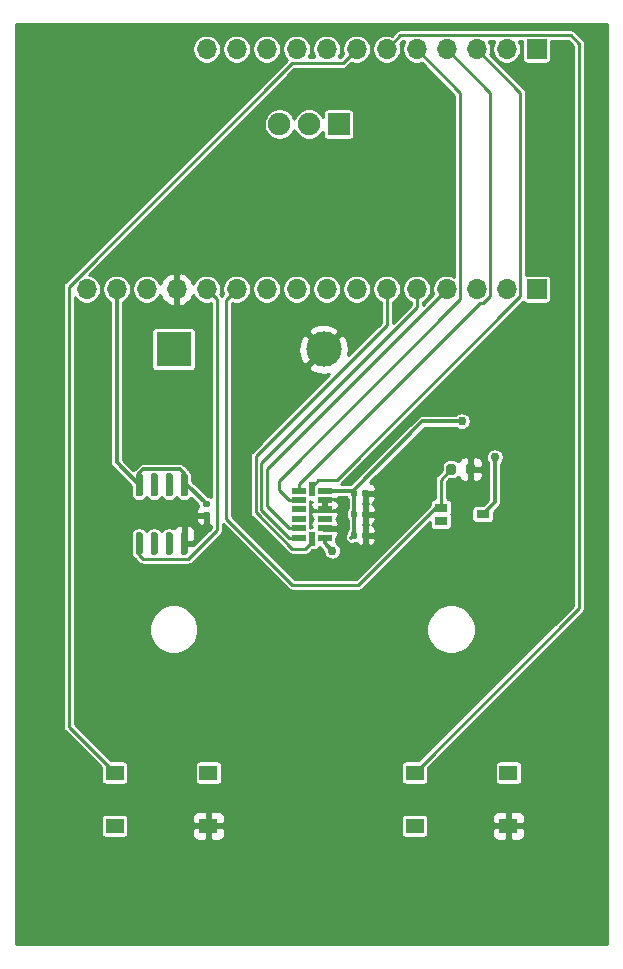
<source format=gtl>
%TF.GenerationSoftware,KiCad,Pcbnew,(5.1.10-1-10_14)*%
%TF.CreationDate,2022-01-06T07:43:06+01:00*%
%TF.ProjectId,burrboard,62757272-626f-4617-9264-2e6b69636164,v1.0*%
%TF.SameCoordinates,Original*%
%TF.FileFunction,Copper,L1,Top*%
%TF.FilePolarity,Positive*%
%FSLAX46Y46*%
G04 Gerber Fmt 4.6, Leading zero omitted, Abs format (unit mm)*
G04 Created by KiCad (PCBNEW (5.1.10-1-10_14)) date 2022-01-06 07:43:06*
%MOMM*%
%LPD*%
G01*
G04 APERTURE LIST*
%TA.AperFunction,SMDPad,CuDef*%
%ADD10R,1.100000X0.800000*%
%TD*%
%TA.AperFunction,SMDPad,CuDef*%
%ADD11R,1.550000X1.300000*%
%TD*%
%TA.AperFunction,ComponentPad*%
%ADD12R,1.900000X1.900000*%
%TD*%
%TA.AperFunction,ComponentPad*%
%ADD13C,1.900000*%
%TD*%
%TA.AperFunction,SMDPad,CuDef*%
%ADD14R,1.145000X0.550000*%
%TD*%
%TA.AperFunction,SMDPad,CuDef*%
%ADD15R,0.550000X1.145000*%
%TD*%
%TA.AperFunction,ComponentPad*%
%ADD16R,3.000000X3.000000*%
%TD*%
%TA.AperFunction,ComponentPad*%
%ADD17C,3.000000*%
%TD*%
%TA.AperFunction,ComponentPad*%
%ADD18R,1.700000X1.700000*%
%TD*%
%TA.AperFunction,ComponentPad*%
%ADD19O,1.700000X1.700000*%
%TD*%
%TA.AperFunction,ViaPad*%
%ADD20C,0.762000*%
%TD*%
%TA.AperFunction,Conductor*%
%ADD21C,0.304800*%
%TD*%
%TA.AperFunction,Conductor*%
%ADD22C,0.254000*%
%TD*%
%TA.AperFunction,Conductor*%
%ADD23C,0.100000*%
%TD*%
G04 APERTURE END LIST*
D10*
%TO.P,Q1,1*%
%TO.N,/3V3*%
X166875000Y-118110000D03*
%TO.P,Q1,3*%
%TO.N,Net-(Q1-Pad3)*%
X163325000Y-118660000D03*
%TO.P,Q1,2*%
%TO.N,/A1*%
X163325000Y-117560000D03*
%TD*%
D11*
%TO.P,S1,1*%
%TO.N,/F4*%
X135725000Y-139990000D03*
%TO.P,S1,2*%
%TO.N,Net-(S1-Pad2)*%
X143675000Y-139990000D03*
%TO.P,S1,3*%
%TO.N,Net-(S1-Pad3)*%
X135725000Y-144490000D03*
%TO.P,S1,4*%
%TO.N,GND*%
X143675000Y-144490000D03*
%TD*%
%TO.P,S2,1*%
%TO.N,/F3*%
X161125000Y-139990000D03*
%TO.P,S2,2*%
%TO.N,Net-(S2-Pad2)*%
X169075000Y-139990000D03*
%TO.P,S2,3*%
%TO.N,Net-(S2-Pad3)*%
X161125000Y-144490000D03*
%TO.P,S2,4*%
%TO.N,GND*%
X169075000Y-144490000D03*
%TD*%
D12*
%TO.P,SW1,1*%
%TO.N,/VUSB*%
X154686000Y-85090000D03*
D13*
%TO.P,SW1,2*%
%TO.N,VDD*%
X152186000Y-85090000D03*
%TO.P,SW1,3*%
%TO.N,Net-(SW1-Pad3)*%
X149686000Y-85090000D03*
%TD*%
D14*
%TO.P,U2,1*%
%TO.N,/3V3*%
X153497500Y-120110000D03*
%TO.P,U2,2*%
%TO.N,GND*%
X153497500Y-119310000D03*
%TO.P,U2,3*%
%TO.N,Net-(U2-Pad3)*%
X153497500Y-118510000D03*
%TO.P,U2,4*%
%TO.N,GND*%
X153497500Y-117710000D03*
%TO.P,U2,5*%
X153497500Y-116910000D03*
%TO.P,U2,6*%
%TO.N,/3V3*%
X153497500Y-116110000D03*
%TO.P,U2,8*%
%TO.N,/F1*%
X151302500Y-116110000D03*
%TO.P,U2,9*%
%TO.N,/F2*%
X151302500Y-116910000D03*
%TO.P,U2,10*%
%TO.N,Net-(U2-Pad10)*%
X151302500Y-117710000D03*
%TO.P,U2,11*%
%TO.N,Net-(U2-Pad11)*%
X151302500Y-118510000D03*
%TO.P,U2,12*%
%TO.N,/MISO*%
X151302500Y-119310000D03*
%TO.P,U2,13*%
%TO.N,/MOSI*%
X151302500Y-120110000D03*
D15*
%TO.P,U2,14*%
%TO.N,/SCK*%
X152400000Y-120207500D03*
%TO.P,U2,7*%
%TO.N,/F0*%
X152400000Y-116012500D03*
%TD*%
D16*
%TO.P,BT1,1*%
%TO.N,VDD*%
X140716000Y-104140000D03*
D17*
%TO.P,BT1,2*%
%TO.N,GND*%
X153416000Y-104140000D03*
%TD*%
%TO.P,R1,1*%
%TO.N,/A1*%
%TA.AperFunction,SMDPad,CuDef*%
G36*
G01*
X163812000Y-114575000D02*
X163812000Y-114025000D01*
G75*
G02*
X164012000Y-113825000I200000J0D01*
G01*
X164412000Y-113825000D01*
G75*
G02*
X164612000Y-114025000I0J-200000D01*
G01*
X164612000Y-114575000D01*
G75*
G02*
X164412000Y-114775000I-200000J0D01*
G01*
X164012000Y-114775000D01*
G75*
G02*
X163812000Y-114575000I0J200000D01*
G01*
G37*
%TD.AperFunction*%
%TO.P,R1,2*%
%TO.N,GND*%
%TA.AperFunction,SMDPad,CuDef*%
G36*
G01*
X165462000Y-114575000D02*
X165462000Y-114025000D01*
G75*
G02*
X165662000Y-113825000I200000J0D01*
G01*
X166062000Y-113825000D01*
G75*
G02*
X166262000Y-114025000I0J-200000D01*
G01*
X166262000Y-114575000D01*
G75*
G02*
X166062000Y-114775000I-200000J0D01*
G01*
X165662000Y-114775000D01*
G75*
G02*
X165462000Y-114575000I0J200000D01*
G01*
G37*
%TD.AperFunction*%
%TD*%
%TO.P,C1,2*%
%TO.N,GND*%
%TA.AperFunction,SMDPad,CuDef*%
G36*
G01*
X143340000Y-117929000D02*
X143680000Y-117929000D01*
G75*
G02*
X143820000Y-118069000I0J-140000D01*
G01*
X143820000Y-118349000D01*
G75*
G02*
X143680000Y-118489000I-140000J0D01*
G01*
X143340000Y-118489000D01*
G75*
G02*
X143200000Y-118349000I0J140000D01*
G01*
X143200000Y-118069000D01*
G75*
G02*
X143340000Y-117929000I140000J0D01*
G01*
G37*
%TD.AperFunction*%
%TO.P,C1,1*%
%TO.N,/3V3*%
%TA.AperFunction,SMDPad,CuDef*%
G36*
G01*
X143340000Y-116969000D02*
X143680000Y-116969000D01*
G75*
G02*
X143820000Y-117109000I0J-140000D01*
G01*
X143820000Y-117389000D01*
G75*
G02*
X143680000Y-117529000I-140000J0D01*
G01*
X143340000Y-117529000D01*
G75*
G02*
X143200000Y-117389000I0J140000D01*
G01*
X143200000Y-117109000D01*
G75*
G02*
X143340000Y-116969000I140000J0D01*
G01*
G37*
%TD.AperFunction*%
%TD*%
%TO.P,C2,2*%
%TO.N,GND*%
%TA.AperFunction,SMDPad,CuDef*%
G36*
G01*
X156664000Y-120058000D02*
X156664000Y-119718000D01*
G75*
G02*
X156804000Y-119578000I140000J0D01*
G01*
X157084000Y-119578000D01*
G75*
G02*
X157224000Y-119718000I0J-140000D01*
G01*
X157224000Y-120058000D01*
G75*
G02*
X157084000Y-120198000I-140000J0D01*
G01*
X156804000Y-120198000D01*
G75*
G02*
X156664000Y-120058000I0J140000D01*
G01*
G37*
%TD.AperFunction*%
%TO.P,C2,1*%
%TO.N,/3V3*%
%TA.AperFunction,SMDPad,CuDef*%
G36*
G01*
X155704000Y-120058000D02*
X155704000Y-119718000D01*
G75*
G02*
X155844000Y-119578000I140000J0D01*
G01*
X156124000Y-119578000D01*
G75*
G02*
X156264000Y-119718000I0J-140000D01*
G01*
X156264000Y-120058000D01*
G75*
G02*
X156124000Y-120198000I-140000J0D01*
G01*
X155844000Y-120198000D01*
G75*
G02*
X155704000Y-120058000I0J140000D01*
G01*
G37*
%TD.AperFunction*%
%TD*%
%TO.P,C3,1*%
%TO.N,/3V3*%
%TA.AperFunction,SMDPad,CuDef*%
G36*
G01*
X155704000Y-116502000D02*
X155704000Y-116162000D01*
G75*
G02*
X155844000Y-116022000I140000J0D01*
G01*
X156124000Y-116022000D01*
G75*
G02*
X156264000Y-116162000I0J-140000D01*
G01*
X156264000Y-116502000D01*
G75*
G02*
X156124000Y-116642000I-140000J0D01*
G01*
X155844000Y-116642000D01*
G75*
G02*
X155704000Y-116502000I0J140000D01*
G01*
G37*
%TD.AperFunction*%
%TO.P,C3,2*%
%TO.N,GND*%
%TA.AperFunction,SMDPad,CuDef*%
G36*
G01*
X156664000Y-116502000D02*
X156664000Y-116162000D01*
G75*
G02*
X156804000Y-116022000I140000J0D01*
G01*
X157084000Y-116022000D01*
G75*
G02*
X157224000Y-116162000I0J-140000D01*
G01*
X157224000Y-116502000D01*
G75*
G02*
X157084000Y-116642000I-140000J0D01*
G01*
X156804000Y-116642000D01*
G75*
G02*
X156664000Y-116502000I0J140000D01*
G01*
G37*
%TD.AperFunction*%
%TD*%
%TO.P,C4,2*%
%TO.N,GND*%
%TA.AperFunction,SMDPad,CuDef*%
G36*
G01*
X156664000Y-118280000D02*
X156664000Y-117940000D01*
G75*
G02*
X156804000Y-117800000I140000J0D01*
G01*
X157084000Y-117800000D01*
G75*
G02*
X157224000Y-117940000I0J-140000D01*
G01*
X157224000Y-118280000D01*
G75*
G02*
X157084000Y-118420000I-140000J0D01*
G01*
X156804000Y-118420000D01*
G75*
G02*
X156664000Y-118280000I0J140000D01*
G01*
G37*
%TD.AperFunction*%
%TO.P,C4,1*%
%TO.N,/3V3*%
%TA.AperFunction,SMDPad,CuDef*%
G36*
G01*
X155704000Y-118280000D02*
X155704000Y-117940000D01*
G75*
G02*
X155844000Y-117800000I140000J0D01*
G01*
X156124000Y-117800000D01*
G75*
G02*
X156264000Y-117940000I0J-140000D01*
G01*
X156264000Y-118280000D01*
G75*
G02*
X156124000Y-118420000I-140000J0D01*
G01*
X155844000Y-118420000D01*
G75*
G02*
X155704000Y-118280000I0J140000D01*
G01*
G37*
%TD.AperFunction*%
%TD*%
%TO.P,U1,1*%
%TO.N,/A0*%
%TA.AperFunction,SMDPad,CuDef*%
G36*
G01*
X137945000Y-121560000D02*
X137645000Y-121560000D01*
G75*
G02*
X137495000Y-121410000I0J150000D01*
G01*
X137495000Y-119760000D01*
G75*
G02*
X137645000Y-119610000I150000J0D01*
G01*
X137945000Y-119610000D01*
G75*
G02*
X138095000Y-119760000I0J-150000D01*
G01*
X138095000Y-121410000D01*
G75*
G02*
X137945000Y-121560000I-150000J0D01*
G01*
G37*
%TD.AperFunction*%
%TO.P,U1,2*%
%TO.N,N/C*%
%TA.AperFunction,SMDPad,CuDef*%
G36*
G01*
X139215000Y-121560000D02*
X138915000Y-121560000D01*
G75*
G02*
X138765000Y-121410000I0J150000D01*
G01*
X138765000Y-119760000D01*
G75*
G02*
X138915000Y-119610000I150000J0D01*
G01*
X139215000Y-119610000D01*
G75*
G02*
X139365000Y-119760000I0J-150000D01*
G01*
X139365000Y-121410000D01*
G75*
G02*
X139215000Y-121560000I-150000J0D01*
G01*
G37*
%TD.AperFunction*%
%TO.P,U1,3*%
%TA.AperFunction,SMDPad,CuDef*%
G36*
G01*
X140485000Y-121560000D02*
X140185000Y-121560000D01*
G75*
G02*
X140035000Y-121410000I0J150000D01*
G01*
X140035000Y-119760000D01*
G75*
G02*
X140185000Y-119610000I150000J0D01*
G01*
X140485000Y-119610000D01*
G75*
G02*
X140635000Y-119760000I0J-150000D01*
G01*
X140635000Y-121410000D01*
G75*
G02*
X140485000Y-121560000I-150000J0D01*
G01*
G37*
%TD.AperFunction*%
%TO.P,U1,4*%
%TO.N,GND*%
%TA.AperFunction,SMDPad,CuDef*%
G36*
G01*
X141755000Y-121560000D02*
X141455000Y-121560000D01*
G75*
G02*
X141305000Y-121410000I0J150000D01*
G01*
X141305000Y-119760000D01*
G75*
G02*
X141455000Y-119610000I150000J0D01*
G01*
X141755000Y-119610000D01*
G75*
G02*
X141905000Y-119760000I0J-150000D01*
G01*
X141905000Y-121410000D01*
G75*
G02*
X141755000Y-121560000I-150000J0D01*
G01*
G37*
%TD.AperFunction*%
%TO.P,U1,5*%
%TO.N,/3V3*%
%TA.AperFunction,SMDPad,CuDef*%
G36*
G01*
X141755000Y-116610000D02*
X141455000Y-116610000D01*
G75*
G02*
X141305000Y-116460000I0J150000D01*
G01*
X141305000Y-114810000D01*
G75*
G02*
X141455000Y-114660000I150000J0D01*
G01*
X141755000Y-114660000D01*
G75*
G02*
X141905000Y-114810000I0J-150000D01*
G01*
X141905000Y-116460000D01*
G75*
G02*
X141755000Y-116610000I-150000J0D01*
G01*
G37*
%TD.AperFunction*%
%TO.P,U1,6*%
%TO.N,N/C*%
%TA.AperFunction,SMDPad,CuDef*%
G36*
G01*
X140485000Y-116610000D02*
X140185000Y-116610000D01*
G75*
G02*
X140035000Y-116460000I0J150000D01*
G01*
X140035000Y-114810000D01*
G75*
G02*
X140185000Y-114660000I150000J0D01*
G01*
X140485000Y-114660000D01*
G75*
G02*
X140635000Y-114810000I0J-150000D01*
G01*
X140635000Y-116460000D01*
G75*
G02*
X140485000Y-116610000I-150000J0D01*
G01*
G37*
%TD.AperFunction*%
%TO.P,U1,7*%
%TA.AperFunction,SMDPad,CuDef*%
G36*
G01*
X139215000Y-116610000D02*
X138915000Y-116610000D01*
G75*
G02*
X138765000Y-116460000I0J150000D01*
G01*
X138765000Y-114810000D01*
G75*
G02*
X138915000Y-114660000I150000J0D01*
G01*
X139215000Y-114660000D01*
G75*
G02*
X139365000Y-114810000I0J-150000D01*
G01*
X139365000Y-116460000D01*
G75*
G02*
X139215000Y-116610000I-150000J0D01*
G01*
G37*
%TD.AperFunction*%
%TO.P,U1,8*%
%TO.N,/3V3*%
%TA.AperFunction,SMDPad,CuDef*%
G36*
G01*
X137945000Y-116610000D02*
X137645000Y-116610000D01*
G75*
G02*
X137495000Y-116460000I0J150000D01*
G01*
X137495000Y-114810000D01*
G75*
G02*
X137645000Y-114660000I150000J0D01*
G01*
X137945000Y-114660000D01*
G75*
G02*
X138095000Y-114810000I0J-150000D01*
G01*
X138095000Y-116460000D01*
G75*
G02*
X137945000Y-116610000I-150000J0D01*
G01*
G37*
%TD.AperFunction*%
%TD*%
D18*
%TO.P,J1,1*%
%TO.N,Net-(J1-Pad1)*%
X171450000Y-99060000D03*
D19*
%TO.P,J1,2*%
%TO.N,Net-(J1-Pad2)*%
X168910000Y-99060000D03*
%TO.P,J1,3*%
%TO.N,Net-(J1-Pad3)*%
X166370000Y-99060000D03*
%TO.P,J1,4*%
%TO.N,/MISO*%
X163830000Y-99060000D03*
%TO.P,J1,5*%
%TO.N,/MOSI*%
X161290000Y-99060000D03*
%TO.P,J1,6*%
%TO.N,/SCK*%
X158750000Y-99060000D03*
%TO.P,J1,7*%
%TO.N,Net-(J1-Pad7)*%
X156210000Y-99060000D03*
%TO.P,J1,8*%
%TO.N,Net-(J1-Pad8)*%
X153670000Y-99060000D03*
%TO.P,J1,9*%
%TO.N,Net-(J1-Pad9)*%
X151130000Y-99060000D03*
%TO.P,J1,10*%
%TO.N,Net-(J1-Pad10)*%
X148590000Y-99060000D03*
%TO.P,J1,11*%
%TO.N,/A1*%
X146050000Y-99060000D03*
%TO.P,J1,12*%
%TO.N,/A0*%
X143510000Y-99060000D03*
%TO.P,J1,13*%
%TO.N,GND*%
X140970000Y-99060000D03*
%TO.P,J1,14*%
%TO.N,Net-(J1-Pad14)*%
X138430000Y-99060000D03*
%TO.P,J1,15*%
%TO.N,/3V3*%
X135890000Y-99060000D03*
%TO.P,J1,16*%
%TO.N,Net-(J1-Pad16)*%
X133350000Y-99060000D03*
%TD*%
D18*
%TO.P,J2,1*%
%TO.N,Net-(J2-Pad1)*%
X171450000Y-78740000D03*
D19*
%TO.P,J2,2*%
%TO.N,Net-(J2-Pad2)*%
X168910000Y-78740000D03*
%TO.P,J2,3*%
%TO.N,/F0*%
X166370000Y-78740000D03*
%TO.P,J2,4*%
%TO.N,/F1*%
X163830000Y-78740000D03*
%TO.P,J2,5*%
%TO.N,/F2*%
X161290000Y-78740000D03*
%TO.P,J2,6*%
%TO.N,/F3*%
X158750000Y-78740000D03*
%TO.P,J2,7*%
%TO.N,/F4*%
X156210000Y-78740000D03*
%TO.P,J2,8*%
%TO.N,Net-(J2-Pad8)*%
X153670000Y-78740000D03*
%TO.P,J2,9*%
%TO.N,Net-(J2-Pad9)*%
X151130000Y-78740000D03*
%TO.P,J2,10*%
%TO.N,/VUSB*%
X148590000Y-78740000D03*
%TO.P,J2,11*%
%TO.N,Net-(J2-Pad11)*%
X146050000Y-78740000D03*
%TO.P,J2,12*%
%TO.N,Net-(J2-Pad12)*%
X143510000Y-78740000D03*
%TD*%
D20*
%TO.N,/3V3*%
X165100000Y-110236000D03*
X154152600Y-121208800D03*
X167894000Y-113284000D03*
%TD*%
D21*
%TO.N,GND*%
X156944000Y-116281100D02*
X156944000Y-116332000D01*
D22*
%TO.N,/MISO*%
X163830000Y-99060000D02*
X148590000Y-114300000D01*
X150476000Y-119310000D02*
X151302500Y-119310000D01*
X148590000Y-117424000D02*
X150476000Y-119310000D01*
X148590000Y-114300000D02*
X148590000Y-117424000D01*
%TO.N,/MOSI*%
X161290000Y-99060000D02*
X161290000Y-100584000D01*
X150476000Y-120110000D02*
X151302500Y-120110000D01*
X148132790Y-117766790D02*
X150476000Y-120110000D01*
X148132790Y-113741210D02*
X148132790Y-117766790D01*
X161290000Y-100584000D02*
X148132790Y-113741210D01*
%TO.N,/SCK*%
X158750000Y-99060000D02*
X158750000Y-102108000D01*
X152400000Y-120505000D02*
X152400000Y-120207500D01*
X150753408Y-121034000D02*
X151871000Y-121034000D01*
X147675581Y-117956173D02*
X150753408Y-121034000D01*
X147675580Y-113182420D02*
X147675581Y-117956173D01*
X151871000Y-121034000D02*
X152400000Y-120505000D01*
X158750000Y-102108000D02*
X147675580Y-113182420D01*
%TO.N,/A1*%
X163325000Y-115187000D02*
X164212000Y-114300000D01*
X163325000Y-117560000D02*
X163325000Y-115187000D01*
X162880638Y-117560000D02*
X163325000Y-117560000D01*
X156361638Y-124079000D02*
X162880638Y-117560000D01*
X150749000Y-124079000D02*
X156361638Y-124079000D01*
X145161000Y-118491000D02*
X150749000Y-124079000D01*
X145161000Y-99949000D02*
X145161000Y-118491000D01*
X146050000Y-99060000D02*
X145161000Y-99949000D01*
%TO.N,/A0*%
X144373600Y-119470522D02*
X144373600Y-99923600D01*
X141953912Y-121890210D02*
X144373600Y-119470522D01*
X138125210Y-121890210D02*
X141953912Y-121890210D01*
X137795000Y-121560000D02*
X138125210Y-121890210D01*
X144373600Y-99923600D02*
X143510000Y-99060000D01*
X137795000Y-120585000D02*
X137795000Y-121560000D01*
D21*
%TO.N,/3V3*%
X141605000Y-114660000D02*
X141605000Y-115635000D01*
X137795000Y-114660000D02*
X138150610Y-114304390D01*
X141249390Y-114304390D02*
X141605000Y-114660000D01*
X138150610Y-114304390D02*
X141249390Y-114304390D01*
X137795000Y-115635000D02*
X137795000Y-114660000D01*
X155984000Y-116332000D02*
X155762000Y-116110000D01*
X155984000Y-118110000D02*
X155984000Y-116332000D01*
X155984000Y-118110000D02*
X155984000Y-119888000D01*
X155762000Y-120110000D02*
X155984000Y-119888000D01*
X135890000Y-113730000D02*
X137795000Y-115635000D01*
X135890000Y-99060000D02*
X135890000Y-113730000D01*
X155984000Y-116022000D02*
X155984000Y-116332000D01*
X141896000Y-115635000D02*
X143510000Y-117249000D01*
X141605000Y-115635000D02*
X141896000Y-115635000D01*
X155896000Y-116110000D02*
X153497500Y-116110000D01*
X161770000Y-110236000D02*
X155896000Y-116110000D01*
X165100000Y-110236000D02*
X161770000Y-110236000D01*
X153497500Y-120553700D02*
X154152600Y-121208800D01*
X153497500Y-120110000D02*
X153497500Y-120553700D01*
X167894000Y-117091000D02*
X166875000Y-118110000D01*
X167894000Y-113284000D02*
X167894000Y-117091000D01*
D22*
%TO.N,/F0*%
X152400000Y-115765638D02*
X152400000Y-116012500D01*
X154532918Y-115183780D02*
X152981858Y-115183780D01*
X152981858Y-115183780D02*
X152400000Y-115765638D01*
X170090201Y-99626497D02*
X154532918Y-115183780D01*
X170090201Y-82460201D02*
X170090201Y-99626497D01*
X166370000Y-78740000D02*
X170090201Y-82460201D01*
%TO.N,/F1*%
X167550201Y-82460201D02*
X163830000Y-78740000D01*
X166936497Y-100240201D02*
X167550201Y-99626497D01*
X166643299Y-100240201D02*
X166936497Y-100240201D01*
X167550201Y-99626497D02*
X167550201Y-82460201D01*
X151302500Y-115581000D02*
X166643299Y-100240201D01*
X151302500Y-116110000D02*
X151302500Y-115581000D01*
%TO.N,/F2*%
X165010201Y-82460201D02*
X165010201Y-99911799D01*
X161290000Y-78740000D02*
X165010201Y-82460201D01*
X165010201Y-99911799D02*
X149606000Y-115316000D01*
X150476000Y-116910000D02*
X151302500Y-116910000D01*
X149606000Y-116040000D02*
X150476000Y-116910000D01*
X149606000Y-115316000D02*
X149606000Y-116040000D01*
%TO.N,/F3*%
X175056800Y-126058200D02*
X161125000Y-139990000D01*
X175056800Y-78282800D02*
X175056800Y-126058200D01*
X174333799Y-77559799D02*
X175056800Y-78282800D01*
X159930201Y-77559799D02*
X174333799Y-77559799D01*
X158750000Y-78740000D02*
X159930201Y-77559799D01*
%TO.N,/F4*%
X155029799Y-79920201D02*
X156210000Y-78740000D01*
X150743101Y-79920201D02*
X155029799Y-79920201D01*
X131826000Y-98837302D02*
X150743101Y-79920201D01*
X131826000Y-136091000D02*
X131826000Y-98837302D01*
X135725000Y-139990000D02*
X131826000Y-136091000D01*
%TD*%
%TO.N,GND*%
X177394000Y-154534000D02*
X127406000Y-154534000D01*
X127406000Y-143840000D01*
X134567157Y-143840000D01*
X134567157Y-145140000D01*
X134574513Y-145214689D01*
X134596299Y-145286508D01*
X134631678Y-145352696D01*
X134679289Y-145410711D01*
X134737304Y-145458322D01*
X134803492Y-145493701D01*
X134875311Y-145515487D01*
X134950000Y-145522843D01*
X136500000Y-145522843D01*
X136574689Y-145515487D01*
X136646508Y-145493701D01*
X136712696Y-145458322D01*
X136770711Y-145410711D01*
X136818322Y-145352696D01*
X136853701Y-145286508D01*
X136875487Y-145214689D01*
X136882843Y-145140000D01*
X142261928Y-145140000D01*
X142274188Y-145264482D01*
X142310498Y-145384180D01*
X142369463Y-145494494D01*
X142448815Y-145591185D01*
X142545506Y-145670537D01*
X142655820Y-145729502D01*
X142775518Y-145765812D01*
X142900000Y-145778072D01*
X143389250Y-145775000D01*
X143548000Y-145616250D01*
X143548000Y-144617000D01*
X143802000Y-144617000D01*
X143802000Y-145616250D01*
X143960750Y-145775000D01*
X144450000Y-145778072D01*
X144574482Y-145765812D01*
X144694180Y-145729502D01*
X144804494Y-145670537D01*
X144901185Y-145591185D01*
X144980537Y-145494494D01*
X145039502Y-145384180D01*
X145075812Y-145264482D01*
X145088072Y-145140000D01*
X145085000Y-144775750D01*
X144926250Y-144617000D01*
X143802000Y-144617000D01*
X143548000Y-144617000D01*
X142423750Y-144617000D01*
X142265000Y-144775750D01*
X142261928Y-145140000D01*
X136882843Y-145140000D01*
X136882843Y-143840000D01*
X142261928Y-143840000D01*
X142265000Y-144204250D01*
X142423750Y-144363000D01*
X143548000Y-144363000D01*
X143548000Y-143363750D01*
X143802000Y-143363750D01*
X143802000Y-144363000D01*
X144926250Y-144363000D01*
X145085000Y-144204250D01*
X145088072Y-143840000D01*
X159967157Y-143840000D01*
X159967157Y-145140000D01*
X159974513Y-145214689D01*
X159996299Y-145286508D01*
X160031678Y-145352696D01*
X160079289Y-145410711D01*
X160137304Y-145458322D01*
X160203492Y-145493701D01*
X160275311Y-145515487D01*
X160350000Y-145522843D01*
X161900000Y-145522843D01*
X161974689Y-145515487D01*
X162046508Y-145493701D01*
X162112696Y-145458322D01*
X162170711Y-145410711D01*
X162218322Y-145352696D01*
X162253701Y-145286508D01*
X162275487Y-145214689D01*
X162282843Y-145140000D01*
X167661928Y-145140000D01*
X167674188Y-145264482D01*
X167710498Y-145384180D01*
X167769463Y-145494494D01*
X167848815Y-145591185D01*
X167945506Y-145670537D01*
X168055820Y-145729502D01*
X168175518Y-145765812D01*
X168300000Y-145778072D01*
X168789250Y-145775000D01*
X168948000Y-145616250D01*
X168948000Y-144617000D01*
X169202000Y-144617000D01*
X169202000Y-145616250D01*
X169360750Y-145775000D01*
X169850000Y-145778072D01*
X169974482Y-145765812D01*
X170094180Y-145729502D01*
X170204494Y-145670537D01*
X170301185Y-145591185D01*
X170380537Y-145494494D01*
X170439502Y-145384180D01*
X170475812Y-145264482D01*
X170488072Y-145140000D01*
X170485000Y-144775750D01*
X170326250Y-144617000D01*
X169202000Y-144617000D01*
X168948000Y-144617000D01*
X167823750Y-144617000D01*
X167665000Y-144775750D01*
X167661928Y-145140000D01*
X162282843Y-145140000D01*
X162282843Y-143840000D01*
X167661928Y-143840000D01*
X167665000Y-144204250D01*
X167823750Y-144363000D01*
X168948000Y-144363000D01*
X168948000Y-143363750D01*
X169202000Y-143363750D01*
X169202000Y-144363000D01*
X170326250Y-144363000D01*
X170485000Y-144204250D01*
X170488072Y-143840000D01*
X170475812Y-143715518D01*
X170439502Y-143595820D01*
X170380537Y-143485506D01*
X170301185Y-143388815D01*
X170204494Y-143309463D01*
X170094180Y-143250498D01*
X169974482Y-143214188D01*
X169850000Y-143201928D01*
X169360750Y-143205000D01*
X169202000Y-143363750D01*
X168948000Y-143363750D01*
X168789250Y-143205000D01*
X168300000Y-143201928D01*
X168175518Y-143214188D01*
X168055820Y-143250498D01*
X167945506Y-143309463D01*
X167848815Y-143388815D01*
X167769463Y-143485506D01*
X167710498Y-143595820D01*
X167674188Y-143715518D01*
X167661928Y-143840000D01*
X162282843Y-143840000D01*
X162275487Y-143765311D01*
X162253701Y-143693492D01*
X162218322Y-143627304D01*
X162170711Y-143569289D01*
X162112696Y-143521678D01*
X162046508Y-143486299D01*
X161974689Y-143464513D01*
X161900000Y-143457157D01*
X160350000Y-143457157D01*
X160275311Y-143464513D01*
X160203492Y-143486299D01*
X160137304Y-143521678D01*
X160079289Y-143569289D01*
X160031678Y-143627304D01*
X159996299Y-143693492D01*
X159974513Y-143765311D01*
X159967157Y-143840000D01*
X145088072Y-143840000D01*
X145075812Y-143715518D01*
X145039502Y-143595820D01*
X144980537Y-143485506D01*
X144901185Y-143388815D01*
X144804494Y-143309463D01*
X144694180Y-143250498D01*
X144574482Y-143214188D01*
X144450000Y-143201928D01*
X143960750Y-143205000D01*
X143802000Y-143363750D01*
X143548000Y-143363750D01*
X143389250Y-143205000D01*
X142900000Y-143201928D01*
X142775518Y-143214188D01*
X142655820Y-143250498D01*
X142545506Y-143309463D01*
X142448815Y-143388815D01*
X142369463Y-143485506D01*
X142310498Y-143595820D01*
X142274188Y-143715518D01*
X142261928Y-143840000D01*
X136882843Y-143840000D01*
X136875487Y-143765311D01*
X136853701Y-143693492D01*
X136818322Y-143627304D01*
X136770711Y-143569289D01*
X136712696Y-143521678D01*
X136646508Y-143486299D01*
X136574689Y-143464513D01*
X136500000Y-143457157D01*
X134950000Y-143457157D01*
X134875311Y-143464513D01*
X134803492Y-143486299D01*
X134737304Y-143521678D01*
X134679289Y-143569289D01*
X134631678Y-143627304D01*
X134596299Y-143693492D01*
X134574513Y-143765311D01*
X134567157Y-143840000D01*
X127406000Y-143840000D01*
X127406000Y-98837302D01*
X131315543Y-98837302D01*
X131318001Y-98862256D01*
X131318000Y-136066056D01*
X131315543Y-136091000D01*
X131318000Y-136115944D01*
X131318000Y-136115946D01*
X131325351Y-136190584D01*
X131354399Y-136286342D01*
X131401571Y-136374595D01*
X131465052Y-136451948D01*
X131484435Y-136467855D01*
X134567157Y-139550577D01*
X134567157Y-140640000D01*
X134574513Y-140714689D01*
X134596299Y-140786508D01*
X134631678Y-140852696D01*
X134679289Y-140910711D01*
X134737304Y-140958322D01*
X134803492Y-140993701D01*
X134875311Y-141015487D01*
X134950000Y-141022843D01*
X136500000Y-141022843D01*
X136574689Y-141015487D01*
X136646508Y-140993701D01*
X136712696Y-140958322D01*
X136770711Y-140910711D01*
X136818322Y-140852696D01*
X136853701Y-140786508D01*
X136875487Y-140714689D01*
X136882843Y-140640000D01*
X136882843Y-139340000D01*
X142517157Y-139340000D01*
X142517157Y-140640000D01*
X142524513Y-140714689D01*
X142546299Y-140786508D01*
X142581678Y-140852696D01*
X142629289Y-140910711D01*
X142687304Y-140958322D01*
X142753492Y-140993701D01*
X142825311Y-141015487D01*
X142900000Y-141022843D01*
X144450000Y-141022843D01*
X144524689Y-141015487D01*
X144596508Y-140993701D01*
X144662696Y-140958322D01*
X144720711Y-140910711D01*
X144768322Y-140852696D01*
X144803701Y-140786508D01*
X144825487Y-140714689D01*
X144832843Y-140640000D01*
X144832843Y-139340000D01*
X144825487Y-139265311D01*
X144803701Y-139193492D01*
X144768322Y-139127304D01*
X144720711Y-139069289D01*
X144662696Y-139021678D01*
X144596508Y-138986299D01*
X144524689Y-138964513D01*
X144450000Y-138957157D01*
X142900000Y-138957157D01*
X142825311Y-138964513D01*
X142753492Y-138986299D01*
X142687304Y-139021678D01*
X142629289Y-139069289D01*
X142581678Y-139127304D01*
X142546299Y-139193492D01*
X142524513Y-139265311D01*
X142517157Y-139340000D01*
X136882843Y-139340000D01*
X136875487Y-139265311D01*
X136853701Y-139193492D01*
X136818322Y-139127304D01*
X136770711Y-139069289D01*
X136712696Y-139021678D01*
X136646508Y-138986299D01*
X136574689Y-138964513D01*
X136500000Y-138957157D01*
X135410577Y-138957157D01*
X132334000Y-135880580D01*
X132334000Y-127652577D01*
X138610000Y-127652577D01*
X138610000Y-128067423D01*
X138690932Y-128474298D01*
X138849687Y-128857565D01*
X139080163Y-129202497D01*
X139373503Y-129495837D01*
X139718435Y-129726313D01*
X140101702Y-129885068D01*
X140508577Y-129966000D01*
X140923423Y-129966000D01*
X141330298Y-129885068D01*
X141713565Y-129726313D01*
X142058497Y-129495837D01*
X142351837Y-129202497D01*
X142582313Y-128857565D01*
X142741068Y-128474298D01*
X142822000Y-128067423D01*
X142822000Y-127652577D01*
X162110000Y-127652577D01*
X162110000Y-128067423D01*
X162190932Y-128474298D01*
X162349687Y-128857565D01*
X162580163Y-129202497D01*
X162873503Y-129495837D01*
X163218435Y-129726313D01*
X163601702Y-129885068D01*
X164008577Y-129966000D01*
X164423423Y-129966000D01*
X164830298Y-129885068D01*
X165213565Y-129726313D01*
X165558497Y-129495837D01*
X165851837Y-129202497D01*
X166082313Y-128857565D01*
X166241068Y-128474298D01*
X166322000Y-128067423D01*
X166322000Y-127652577D01*
X166241068Y-127245702D01*
X166082313Y-126862435D01*
X165851837Y-126517503D01*
X165558497Y-126224163D01*
X165213565Y-125993687D01*
X164830298Y-125834932D01*
X164423423Y-125754000D01*
X164008577Y-125754000D01*
X163601702Y-125834932D01*
X163218435Y-125993687D01*
X162873503Y-126224163D01*
X162580163Y-126517503D01*
X162349687Y-126862435D01*
X162190932Y-127245702D01*
X162110000Y-127652577D01*
X142822000Y-127652577D01*
X142741068Y-127245702D01*
X142582313Y-126862435D01*
X142351837Y-126517503D01*
X142058497Y-126224163D01*
X141713565Y-125993687D01*
X141330298Y-125834932D01*
X140923423Y-125754000D01*
X140508577Y-125754000D01*
X140101702Y-125834932D01*
X139718435Y-125993687D01*
X139373503Y-126224163D01*
X139080163Y-126517503D01*
X138849687Y-126862435D01*
X138690932Y-127245702D01*
X138610000Y-127652577D01*
X132334000Y-127652577D01*
X132334000Y-118494750D01*
X142565000Y-118494750D01*
X142574765Y-118616348D01*
X142611623Y-118735878D01*
X142671092Y-118845921D01*
X142750887Y-118942247D01*
X142847941Y-119021156D01*
X142958524Y-119079614D01*
X143078387Y-119115375D01*
X143202923Y-119127065D01*
X143224250Y-119124000D01*
X143383000Y-118965250D01*
X143383000Y-118336000D01*
X142723750Y-118336000D01*
X142565000Y-118494750D01*
X132334000Y-118494750D01*
X132334000Y-99755190D01*
X132393820Y-99844717D01*
X132565283Y-100016180D01*
X132766903Y-100150898D01*
X132990931Y-100243693D01*
X133228757Y-100291000D01*
X133471243Y-100291000D01*
X133709069Y-100243693D01*
X133933097Y-100150898D01*
X134134717Y-100016180D01*
X134306180Y-99844717D01*
X134440898Y-99643097D01*
X134533693Y-99419069D01*
X134581000Y-99181243D01*
X134581000Y-98938757D01*
X134659000Y-98938757D01*
X134659000Y-99181243D01*
X134706307Y-99419069D01*
X134799102Y-99643097D01*
X134933820Y-99844717D01*
X135105283Y-100016180D01*
X135306903Y-100150898D01*
X135356600Y-100171483D01*
X135356601Y-113703803D01*
X135354021Y-113730000D01*
X135364319Y-113834564D01*
X135394819Y-113935110D01*
X135396927Y-113939053D01*
X135444350Y-114027775D01*
X135459307Y-114046000D01*
X135494307Y-114088648D01*
X135494310Y-114088651D01*
X135511006Y-114108995D01*
X135531350Y-114125691D01*
X137112157Y-115706498D01*
X137112157Y-116460000D01*
X137122395Y-116563953D01*
X137152717Y-116663910D01*
X137201957Y-116756032D01*
X137268223Y-116836777D01*
X137348968Y-116903043D01*
X137441090Y-116952283D01*
X137541047Y-116982605D01*
X137645000Y-116992843D01*
X137945000Y-116992843D01*
X138048953Y-116982605D01*
X138148910Y-116952283D01*
X138241032Y-116903043D01*
X138321777Y-116836777D01*
X138388043Y-116756032D01*
X138430000Y-116677536D01*
X138471957Y-116756032D01*
X138538223Y-116836777D01*
X138618968Y-116903043D01*
X138711090Y-116952283D01*
X138811047Y-116982605D01*
X138915000Y-116992843D01*
X139215000Y-116992843D01*
X139318953Y-116982605D01*
X139418910Y-116952283D01*
X139511032Y-116903043D01*
X139591777Y-116836777D01*
X139658043Y-116756032D01*
X139700000Y-116677536D01*
X139741957Y-116756032D01*
X139808223Y-116836777D01*
X139888968Y-116903043D01*
X139981090Y-116952283D01*
X140081047Y-116982605D01*
X140185000Y-116992843D01*
X140485000Y-116992843D01*
X140588953Y-116982605D01*
X140688910Y-116952283D01*
X140781032Y-116903043D01*
X140861777Y-116836777D01*
X140928043Y-116756032D01*
X140970000Y-116677536D01*
X141011957Y-116756032D01*
X141078223Y-116836777D01*
X141158968Y-116903043D01*
X141251090Y-116952283D01*
X141351047Y-116982605D01*
X141455000Y-116992843D01*
X141755000Y-116992843D01*
X141858953Y-116982605D01*
X141958910Y-116952283D01*
X142051032Y-116903043D01*
X142131777Y-116836777D01*
X142198043Y-116756032D01*
X142220562Y-116713903D01*
X142817157Y-117310498D01*
X142817157Y-117389000D01*
X142820155Y-117419436D01*
X142750887Y-117475753D01*
X142671092Y-117572079D01*
X142611623Y-117682122D01*
X142574765Y-117801652D01*
X142565000Y-117923250D01*
X142723750Y-118082000D01*
X143383000Y-118082000D01*
X143383000Y-118062000D01*
X143637000Y-118062000D01*
X143637000Y-118082000D01*
X143657000Y-118082000D01*
X143657000Y-118336000D01*
X143637000Y-118336000D01*
X143637000Y-118965250D01*
X143795750Y-119124000D01*
X143817077Y-119127065D01*
X143865600Y-119122510D01*
X143865600Y-119260102D01*
X142397476Y-120728226D01*
X142381250Y-120712000D01*
X141732000Y-120712000D01*
X141732000Y-120732000D01*
X141478000Y-120732000D01*
X141478000Y-120712000D01*
X141458000Y-120712000D01*
X141458000Y-120458000D01*
X141478000Y-120458000D01*
X141478000Y-119133750D01*
X141732000Y-119133750D01*
X141732000Y-120458000D01*
X142381250Y-120458000D01*
X142540000Y-120299250D01*
X142543072Y-119610000D01*
X142530812Y-119485518D01*
X142494502Y-119365820D01*
X142435537Y-119255506D01*
X142356185Y-119158815D01*
X142259494Y-119079463D01*
X142149180Y-119020498D01*
X142029482Y-118984188D01*
X141905000Y-118971928D01*
X141890750Y-118975000D01*
X141732000Y-119133750D01*
X141478000Y-119133750D01*
X141319250Y-118975000D01*
X141305000Y-118971928D01*
X141180518Y-118984188D01*
X141060820Y-119020498D01*
X140950506Y-119079463D01*
X140853815Y-119158815D01*
X140774463Y-119255506D01*
X140750375Y-119300571D01*
X140688910Y-119267717D01*
X140588953Y-119237395D01*
X140485000Y-119227157D01*
X140185000Y-119227157D01*
X140081047Y-119237395D01*
X139981090Y-119267717D01*
X139888968Y-119316957D01*
X139808223Y-119383223D01*
X139741957Y-119463968D01*
X139700000Y-119542464D01*
X139658043Y-119463968D01*
X139591777Y-119383223D01*
X139511032Y-119316957D01*
X139418910Y-119267717D01*
X139318953Y-119237395D01*
X139215000Y-119227157D01*
X138915000Y-119227157D01*
X138811047Y-119237395D01*
X138711090Y-119267717D01*
X138618968Y-119316957D01*
X138538223Y-119383223D01*
X138471957Y-119463968D01*
X138430000Y-119542464D01*
X138388043Y-119463968D01*
X138321777Y-119383223D01*
X138241032Y-119316957D01*
X138148910Y-119267717D01*
X138048953Y-119237395D01*
X137945000Y-119227157D01*
X137645000Y-119227157D01*
X137541047Y-119237395D01*
X137441090Y-119267717D01*
X137348968Y-119316957D01*
X137268223Y-119383223D01*
X137201957Y-119463968D01*
X137152717Y-119556090D01*
X137122395Y-119656047D01*
X137112157Y-119760000D01*
X137112157Y-121410000D01*
X137122395Y-121513953D01*
X137152717Y-121613910D01*
X137201957Y-121706032D01*
X137268223Y-121786777D01*
X137348968Y-121853043D01*
X137401266Y-121880997D01*
X137408827Y-121890210D01*
X137434053Y-121920948D01*
X137453430Y-121936850D01*
X137748355Y-122231775D01*
X137764262Y-122251158D01*
X137813498Y-122291564D01*
X137841614Y-122314639D01*
X137929865Y-122361810D01*
X137929867Y-122361811D01*
X138025625Y-122390859D01*
X138100263Y-122398210D01*
X138100265Y-122398210D01*
X138125209Y-122400667D01*
X138150153Y-122398210D01*
X141928968Y-122398210D01*
X141953912Y-122400667D01*
X141978856Y-122398210D01*
X141978859Y-122398210D01*
X142053497Y-122390859D01*
X142149255Y-122361811D01*
X142237507Y-122314639D01*
X142314860Y-122251158D01*
X142330767Y-122231775D01*
X144715165Y-119847377D01*
X144734548Y-119831470D01*
X144798029Y-119754117D01*
X144845201Y-119665865D01*
X144874249Y-119570107D01*
X144881600Y-119495469D01*
X144881600Y-119495466D01*
X144884057Y-119470522D01*
X144881600Y-119445578D01*
X144881600Y-118930020D01*
X150372150Y-124420571D01*
X150388052Y-124439948D01*
X150407429Y-124455850D01*
X150465404Y-124503429D01*
X150553655Y-124550600D01*
X150553657Y-124550601D01*
X150649415Y-124579649D01*
X150724053Y-124587000D01*
X150724055Y-124587000D01*
X150748999Y-124589457D01*
X150773943Y-124587000D01*
X156336694Y-124587000D01*
X156361638Y-124589457D01*
X156386582Y-124587000D01*
X156386585Y-124587000D01*
X156461223Y-124579649D01*
X156556981Y-124550601D01*
X156645233Y-124503429D01*
X156722586Y-124439948D01*
X156738493Y-124420565D01*
X162392157Y-118766902D01*
X162392157Y-119060000D01*
X162399513Y-119134689D01*
X162421299Y-119206508D01*
X162456678Y-119272696D01*
X162504289Y-119330711D01*
X162562304Y-119378322D01*
X162628492Y-119413701D01*
X162700311Y-119435487D01*
X162775000Y-119442843D01*
X163875000Y-119442843D01*
X163949689Y-119435487D01*
X164021508Y-119413701D01*
X164087696Y-119378322D01*
X164145711Y-119330711D01*
X164193322Y-119272696D01*
X164228701Y-119206508D01*
X164250487Y-119134689D01*
X164257843Y-119060000D01*
X164257843Y-118260000D01*
X164250487Y-118185311D01*
X164228701Y-118113492D01*
X164226834Y-118110000D01*
X164228701Y-118106508D01*
X164250487Y-118034689D01*
X164257843Y-117960000D01*
X164257843Y-117710000D01*
X165942157Y-117710000D01*
X165942157Y-118510000D01*
X165949513Y-118584689D01*
X165971299Y-118656508D01*
X166006678Y-118722696D01*
X166054289Y-118780711D01*
X166112304Y-118828322D01*
X166178492Y-118863701D01*
X166250311Y-118885487D01*
X166325000Y-118892843D01*
X167425000Y-118892843D01*
X167499689Y-118885487D01*
X167571508Y-118863701D01*
X167637696Y-118828322D01*
X167695711Y-118780711D01*
X167743322Y-118722696D01*
X167778701Y-118656508D01*
X167800487Y-118584689D01*
X167807843Y-118510000D01*
X167807843Y-117931498D01*
X168252645Y-117486696D01*
X168272995Y-117469995D01*
X168339651Y-117388775D01*
X168389181Y-117296111D01*
X168419681Y-117195565D01*
X168427400Y-117117195D01*
X168427400Y-117117194D01*
X168429980Y-117091000D01*
X168427400Y-117064806D01*
X168427400Y-113828231D01*
X168485884Y-113769747D01*
X168569276Y-113644942D01*
X168626717Y-113506267D01*
X168656000Y-113359050D01*
X168656000Y-113208950D01*
X168626717Y-113061733D01*
X168569276Y-112923058D01*
X168485884Y-112798253D01*
X168379747Y-112692116D01*
X168254942Y-112608724D01*
X168116267Y-112551283D01*
X167969050Y-112522000D01*
X167818950Y-112522000D01*
X167671733Y-112551283D01*
X167533058Y-112608724D01*
X167408253Y-112692116D01*
X167302116Y-112798253D01*
X167218724Y-112923058D01*
X167161283Y-113061733D01*
X167132000Y-113208950D01*
X167132000Y-113359050D01*
X167161283Y-113506267D01*
X167218724Y-113644942D01*
X167302116Y-113769747D01*
X167360600Y-113828231D01*
X167360601Y-116870058D01*
X166903502Y-117327157D01*
X166325000Y-117327157D01*
X166250311Y-117334513D01*
X166178492Y-117356299D01*
X166112304Y-117391678D01*
X166054289Y-117439289D01*
X166006678Y-117497304D01*
X165971299Y-117563492D01*
X165949513Y-117635311D01*
X165942157Y-117710000D01*
X164257843Y-117710000D01*
X164257843Y-117160000D01*
X164250487Y-117085311D01*
X164228701Y-117013492D01*
X164193322Y-116947304D01*
X164145711Y-116889289D01*
X164087696Y-116841678D01*
X164021508Y-116806299D01*
X163949689Y-116784513D01*
X163875000Y-116777157D01*
X163833000Y-116777157D01*
X163833000Y-115397420D01*
X164072577Y-115157843D01*
X164412000Y-115157843D01*
X164525707Y-115146644D01*
X164635044Y-115113477D01*
X164735810Y-115059616D01*
X164824132Y-114987132D01*
X164852347Y-114952752D01*
X164872498Y-115019180D01*
X164931463Y-115129494D01*
X165010815Y-115226185D01*
X165107506Y-115305537D01*
X165217820Y-115364502D01*
X165337518Y-115400812D01*
X165462000Y-115413072D01*
X165576250Y-115410000D01*
X165735000Y-115251250D01*
X165735000Y-114427000D01*
X165989000Y-114427000D01*
X165989000Y-115251250D01*
X166147750Y-115410000D01*
X166262000Y-115413072D01*
X166386482Y-115400812D01*
X166506180Y-115364502D01*
X166616494Y-115305537D01*
X166713185Y-115226185D01*
X166792537Y-115129494D01*
X166851502Y-115019180D01*
X166887812Y-114899482D01*
X166900072Y-114775000D01*
X166897000Y-114585750D01*
X166738250Y-114427000D01*
X165989000Y-114427000D01*
X165735000Y-114427000D01*
X165715000Y-114427000D01*
X165715000Y-114173000D01*
X165735000Y-114173000D01*
X165735000Y-113348750D01*
X165989000Y-113348750D01*
X165989000Y-114173000D01*
X166738250Y-114173000D01*
X166897000Y-114014250D01*
X166900072Y-113825000D01*
X166887812Y-113700518D01*
X166851502Y-113580820D01*
X166792537Y-113470506D01*
X166713185Y-113373815D01*
X166616494Y-113294463D01*
X166506180Y-113235498D01*
X166386482Y-113199188D01*
X166262000Y-113186928D01*
X166147750Y-113190000D01*
X165989000Y-113348750D01*
X165735000Y-113348750D01*
X165576250Y-113190000D01*
X165462000Y-113186928D01*
X165337518Y-113199188D01*
X165217820Y-113235498D01*
X165107506Y-113294463D01*
X165010815Y-113373815D01*
X164931463Y-113470506D01*
X164872498Y-113580820D01*
X164852347Y-113647248D01*
X164824132Y-113612868D01*
X164735810Y-113540384D01*
X164635044Y-113486523D01*
X164525707Y-113453356D01*
X164412000Y-113442157D01*
X164012000Y-113442157D01*
X163898293Y-113453356D01*
X163788956Y-113486523D01*
X163688190Y-113540384D01*
X163599868Y-113612868D01*
X163527384Y-113701190D01*
X163473523Y-113801956D01*
X163440356Y-113911293D01*
X163429157Y-114025000D01*
X163429157Y-114364422D01*
X162983430Y-114810150D01*
X162964053Y-114826052D01*
X162948151Y-114845429D01*
X162948150Y-114845430D01*
X162900571Y-114903405D01*
X162871511Y-114957773D01*
X162853400Y-114991657D01*
X162825329Y-115084196D01*
X162824352Y-115087416D01*
X162814543Y-115187000D01*
X162817001Y-115211954D01*
X162817000Y-116777157D01*
X162775000Y-116777157D01*
X162700311Y-116784513D01*
X162628492Y-116806299D01*
X162562304Y-116841678D01*
X162504289Y-116889289D01*
X162456678Y-116947304D01*
X162421299Y-117013492D01*
X162399513Y-117085311D01*
X162392157Y-117160000D01*
X162392157Y-117330060D01*
X156151218Y-123571000D01*
X150959421Y-123571000D01*
X145669000Y-118280580D01*
X145669000Y-113182420D01*
X147165123Y-113182420D01*
X147167580Y-113207364D01*
X147167582Y-117931219D01*
X147165124Y-117956173D01*
X147171352Y-118019400D01*
X147174933Y-118055758D01*
X147192646Y-118114150D01*
X147203981Y-118151516D01*
X147251152Y-118239768D01*
X147282793Y-118278322D01*
X147314634Y-118317121D01*
X147334011Y-118333023D01*
X150376553Y-121375565D01*
X150392460Y-121394948D01*
X150469813Y-121458429D01*
X150558065Y-121505601D01*
X150653823Y-121534649D01*
X150728461Y-121542000D01*
X150728464Y-121542000D01*
X150753408Y-121544457D01*
X150778352Y-121542000D01*
X151846056Y-121542000D01*
X151871000Y-121544457D01*
X151895944Y-121542000D01*
X151895947Y-121542000D01*
X151970585Y-121534649D01*
X152066343Y-121505601D01*
X152154595Y-121458429D01*
X152231948Y-121394948D01*
X152247855Y-121375565D01*
X152460577Y-121162843D01*
X152675000Y-121162843D01*
X152749689Y-121155487D01*
X152821508Y-121133701D01*
X152887696Y-121098322D01*
X152945711Y-121050711D01*
X152993322Y-120992696D01*
X153028701Y-120926508D01*
X153050487Y-120854689D01*
X153050966Y-120849822D01*
X153051850Y-120851475D01*
X153054488Y-120854689D01*
X153101807Y-120912348D01*
X153101810Y-120912351D01*
X153118506Y-120932695D01*
X153138850Y-120949391D01*
X153390600Y-121201141D01*
X153390600Y-121283850D01*
X153419883Y-121431067D01*
X153477324Y-121569742D01*
X153560716Y-121694547D01*
X153666853Y-121800684D01*
X153791658Y-121884076D01*
X153930333Y-121941517D01*
X154077550Y-121970800D01*
X154227650Y-121970800D01*
X154374867Y-121941517D01*
X154513542Y-121884076D01*
X154638347Y-121800684D01*
X154744484Y-121694547D01*
X154827876Y-121569742D01*
X154885317Y-121431067D01*
X154914600Y-121283850D01*
X154914600Y-121133750D01*
X154885317Y-120986533D01*
X154827876Y-120847858D01*
X154744484Y-120723053D01*
X154638347Y-120616916D01*
X154513542Y-120533524D01*
X154433186Y-120500240D01*
X154445487Y-120459689D01*
X154452843Y-120385000D01*
X154452843Y-120092086D01*
X154518452Y-120038902D01*
X154598387Y-119942691D01*
X154658016Y-119832735D01*
X154695048Y-119713259D01*
X154705000Y-119595750D01*
X154546250Y-119437000D01*
X153624500Y-119437000D01*
X153624500Y-119452157D01*
X153370500Y-119452157D01*
X153370500Y-119437000D01*
X153350500Y-119437000D01*
X153350500Y-119183000D01*
X153370500Y-119183000D01*
X153370500Y-119167843D01*
X153624500Y-119167843D01*
X153624500Y-119183000D01*
X154546250Y-119183000D01*
X154705000Y-119024250D01*
X154695048Y-118906741D01*
X154658016Y-118787265D01*
X154598387Y-118677309D01*
X154518452Y-118581098D01*
X154452843Y-118527914D01*
X154452843Y-118492086D01*
X154518452Y-118438902D01*
X154598387Y-118342691D01*
X154658016Y-118232735D01*
X154695048Y-118113259D01*
X154705000Y-117995750D01*
X154546250Y-117837000D01*
X153624500Y-117837000D01*
X153624500Y-117852157D01*
X153370500Y-117852157D01*
X153370500Y-117837000D01*
X152448750Y-117837000D01*
X152290000Y-117995750D01*
X152299952Y-118113259D01*
X152336984Y-118232735D01*
X152396613Y-118342691D01*
X152476548Y-118438902D01*
X152542157Y-118492086D01*
X152542157Y-118527914D01*
X152476548Y-118581098D01*
X152396613Y-118677309D01*
X152336984Y-118787265D01*
X152299952Y-118906741D01*
X152290000Y-119024250D01*
X152448748Y-119182998D01*
X152290000Y-119182998D01*
X152290000Y-119252157D01*
X152257843Y-119252157D01*
X152257843Y-119035000D01*
X152250487Y-118960311D01*
X152235225Y-118910000D01*
X152250487Y-118859689D01*
X152257843Y-118785000D01*
X152257843Y-118235000D01*
X152250487Y-118160311D01*
X152235225Y-118110000D01*
X152250487Y-118059689D01*
X152257843Y-117985000D01*
X152257843Y-117435000D01*
X152250487Y-117360311D01*
X152235225Y-117310000D01*
X152250487Y-117259689D01*
X152257843Y-117185000D01*
X152257843Y-116967843D01*
X152290000Y-116967843D01*
X152290000Y-117037002D01*
X152430101Y-117037002D01*
X152396613Y-117077309D01*
X152382599Y-117103151D01*
X152290000Y-117195750D01*
X152299676Y-117310000D01*
X152290000Y-117424250D01*
X152382599Y-117516849D01*
X152396613Y-117542691D01*
X152476548Y-117638902D01*
X152573717Y-117717669D01*
X152684385Y-117775966D01*
X152804300Y-117811552D01*
X152928853Y-117823060D01*
X153211750Y-117820000D01*
X153370500Y-117661250D01*
X153370500Y-116958750D01*
X153624500Y-116958750D01*
X153624500Y-117661250D01*
X153783250Y-117820000D01*
X154066147Y-117823060D01*
X154190700Y-117811552D01*
X154310615Y-117775966D01*
X154421283Y-117717669D01*
X154518452Y-117638902D01*
X154598387Y-117542691D01*
X154612401Y-117516849D01*
X154705000Y-117424250D01*
X154695324Y-117310000D01*
X154705000Y-117195750D01*
X154612401Y-117103151D01*
X154598387Y-117077309D01*
X154518452Y-116981098D01*
X154421283Y-116902331D01*
X154310615Y-116844034D01*
X154190700Y-116808448D01*
X154066147Y-116796940D01*
X153783250Y-116800000D01*
X153624500Y-116958750D01*
X153370500Y-116958750D01*
X153350500Y-116938750D01*
X153350500Y-116783000D01*
X153370500Y-116783000D01*
X153370500Y-116767843D01*
X153624500Y-116767843D01*
X153624500Y-116783000D01*
X154546250Y-116783000D01*
X154685850Y-116643400D01*
X155343154Y-116643400D01*
X155360956Y-116702083D01*
X155409272Y-116792476D01*
X155450601Y-116842835D01*
X155450600Y-117599165D01*
X155409272Y-117649524D01*
X155360956Y-117739917D01*
X155331203Y-117837998D01*
X155321157Y-117940000D01*
X155321157Y-118280000D01*
X155331203Y-118382002D01*
X155360956Y-118480083D01*
X155409272Y-118570476D01*
X155450600Y-118620835D01*
X155450601Y-119377165D01*
X155409272Y-119427524D01*
X155360956Y-119517917D01*
X155331203Y-119615998D01*
X155321157Y-119718000D01*
X155321157Y-119806368D01*
X155316349Y-119812227D01*
X155266819Y-119904890D01*
X155236319Y-120005436D01*
X155226021Y-120110000D01*
X155236319Y-120214564D01*
X155266819Y-120315110D01*
X155316349Y-120407773D01*
X155383005Y-120488995D01*
X155464227Y-120555651D01*
X155556890Y-120605181D01*
X155657436Y-120635681D01*
X155762000Y-120645979D01*
X155866564Y-120635681D01*
X155967110Y-120605181D01*
X156012643Y-120580843D01*
X156124000Y-120580843D01*
X156154436Y-120577845D01*
X156210753Y-120647113D01*
X156307079Y-120726908D01*
X156417122Y-120786377D01*
X156536652Y-120823235D01*
X156658250Y-120833000D01*
X156817000Y-120674250D01*
X156817000Y-120015000D01*
X157071000Y-120015000D01*
X157071000Y-120674250D01*
X157229750Y-120833000D01*
X157351348Y-120823235D01*
X157470878Y-120786377D01*
X157580921Y-120726908D01*
X157677247Y-120647113D01*
X157756156Y-120550059D01*
X157814614Y-120439476D01*
X157850375Y-120319613D01*
X157862065Y-120195077D01*
X157859000Y-120173750D01*
X157700250Y-120015000D01*
X157071000Y-120015000D01*
X156817000Y-120015000D01*
X156797000Y-120015000D01*
X156797000Y-119761000D01*
X156817000Y-119761000D01*
X156817000Y-119101750D01*
X156714250Y-118999000D01*
X156817000Y-118896250D01*
X156817000Y-118237000D01*
X157071000Y-118237000D01*
X157071000Y-118896250D01*
X157173750Y-118999000D01*
X157071000Y-119101750D01*
X157071000Y-119761000D01*
X157700250Y-119761000D01*
X157859000Y-119602250D01*
X157862065Y-119580923D01*
X157850375Y-119456387D01*
X157814614Y-119336524D01*
X157756156Y-119225941D01*
X157677247Y-119128887D01*
X157580921Y-119049092D01*
X157488229Y-118999000D01*
X157580921Y-118948908D01*
X157677247Y-118869113D01*
X157756156Y-118772059D01*
X157814614Y-118661476D01*
X157850375Y-118541613D01*
X157862065Y-118417077D01*
X157859000Y-118395750D01*
X157700250Y-118237000D01*
X157071000Y-118237000D01*
X156817000Y-118237000D01*
X156797000Y-118237000D01*
X156797000Y-117983000D01*
X156817000Y-117983000D01*
X156817000Y-117323750D01*
X156714250Y-117221000D01*
X156817000Y-117118250D01*
X156817000Y-116459000D01*
X157071000Y-116459000D01*
X157071000Y-117118250D01*
X157173750Y-117221000D01*
X157071000Y-117323750D01*
X157071000Y-117983000D01*
X157700250Y-117983000D01*
X157859000Y-117824250D01*
X157862065Y-117802923D01*
X157850375Y-117678387D01*
X157814614Y-117558524D01*
X157756156Y-117447941D01*
X157677247Y-117350887D01*
X157580921Y-117271092D01*
X157488229Y-117221000D01*
X157580921Y-117170908D01*
X157677247Y-117091113D01*
X157756156Y-116994059D01*
X157814614Y-116883476D01*
X157850375Y-116763613D01*
X157862065Y-116639077D01*
X157859000Y-116617750D01*
X157700250Y-116459000D01*
X157071000Y-116459000D01*
X156817000Y-116459000D01*
X156797000Y-116459000D01*
X156797000Y-116205000D01*
X156817000Y-116205000D01*
X156817000Y-116185000D01*
X157071000Y-116185000D01*
X157071000Y-116205000D01*
X157700250Y-116205000D01*
X157859000Y-116046250D01*
X157862065Y-116024923D01*
X157850375Y-115900387D01*
X157814614Y-115780524D01*
X157756156Y-115669941D01*
X157677247Y-115572887D01*
X157580921Y-115493092D01*
X157470878Y-115433623D01*
X157360694Y-115399647D01*
X161990942Y-110769400D01*
X164555769Y-110769400D01*
X164614253Y-110827884D01*
X164739058Y-110911276D01*
X164877733Y-110968717D01*
X165024950Y-110998000D01*
X165175050Y-110998000D01*
X165322267Y-110968717D01*
X165460942Y-110911276D01*
X165585747Y-110827884D01*
X165691884Y-110721747D01*
X165775276Y-110596942D01*
X165832717Y-110458267D01*
X165862000Y-110311050D01*
X165862000Y-110160950D01*
X165832717Y-110013733D01*
X165775276Y-109875058D01*
X165691884Y-109750253D01*
X165585747Y-109644116D01*
X165460942Y-109560724D01*
X165322267Y-109503283D01*
X165175050Y-109474000D01*
X165024950Y-109474000D01*
X164877733Y-109503283D01*
X164739058Y-109560724D01*
X164614253Y-109644116D01*
X164555769Y-109702600D01*
X161796186Y-109702600D01*
X161769999Y-109700021D01*
X161743812Y-109702600D01*
X161743805Y-109702600D01*
X161665435Y-109710319D01*
X161564889Y-109740819D01*
X161472225Y-109790349D01*
X161391005Y-109857005D01*
X161374309Y-109877349D01*
X155675059Y-115576600D01*
X154855029Y-115576600D01*
X154893866Y-115544728D01*
X154909773Y-115525345D01*
X170295536Y-100139582D01*
X170329289Y-100180711D01*
X170387304Y-100228322D01*
X170453492Y-100263701D01*
X170525311Y-100285487D01*
X170600000Y-100292843D01*
X172300000Y-100292843D01*
X172374689Y-100285487D01*
X172446508Y-100263701D01*
X172512696Y-100228322D01*
X172570711Y-100180711D01*
X172618322Y-100122696D01*
X172653701Y-100056508D01*
X172675487Y-99984689D01*
X172682843Y-99910000D01*
X172682843Y-98210000D01*
X172675487Y-98135311D01*
X172653701Y-98063492D01*
X172618322Y-97997304D01*
X172570711Y-97939289D01*
X172512696Y-97891678D01*
X172446508Y-97856299D01*
X172374689Y-97834513D01*
X172300000Y-97827157D01*
X170600000Y-97827157D01*
X170598201Y-97827334D01*
X170598201Y-82485145D01*
X170600658Y-82460201D01*
X170598201Y-82435254D01*
X170590850Y-82360616D01*
X170561802Y-82264858D01*
X170514630Y-82176606D01*
X170451149Y-82099253D01*
X170431766Y-82083346D01*
X167522587Y-79174167D01*
X167553693Y-79099069D01*
X167601000Y-78861243D01*
X167601000Y-78618757D01*
X167553693Y-78380931D01*
X167460898Y-78156903D01*
X167401361Y-78067799D01*
X167878639Y-78067799D01*
X167819102Y-78156903D01*
X167726307Y-78380931D01*
X167679000Y-78618757D01*
X167679000Y-78861243D01*
X167726307Y-79099069D01*
X167819102Y-79323097D01*
X167953820Y-79524717D01*
X168125283Y-79696180D01*
X168326903Y-79830898D01*
X168550931Y-79923693D01*
X168788757Y-79971000D01*
X169031243Y-79971000D01*
X169269069Y-79923693D01*
X169493097Y-79830898D01*
X169694717Y-79696180D01*
X169866180Y-79524717D01*
X170000898Y-79323097D01*
X170093693Y-79099069D01*
X170141000Y-78861243D01*
X170141000Y-78618757D01*
X170093693Y-78380931D01*
X170000898Y-78156903D01*
X169941361Y-78067799D01*
X170217157Y-78067799D01*
X170217157Y-79590000D01*
X170224513Y-79664689D01*
X170246299Y-79736508D01*
X170281678Y-79802696D01*
X170329289Y-79860711D01*
X170387304Y-79908322D01*
X170453492Y-79943701D01*
X170525311Y-79965487D01*
X170600000Y-79972843D01*
X172300000Y-79972843D01*
X172374689Y-79965487D01*
X172446508Y-79943701D01*
X172512696Y-79908322D01*
X172570711Y-79860711D01*
X172618322Y-79802696D01*
X172653701Y-79736508D01*
X172675487Y-79664689D01*
X172682843Y-79590000D01*
X172682843Y-78067799D01*
X174123379Y-78067799D01*
X174548800Y-78493220D01*
X174548801Y-125847779D01*
X161439423Y-138957157D01*
X160350000Y-138957157D01*
X160275311Y-138964513D01*
X160203492Y-138986299D01*
X160137304Y-139021678D01*
X160079289Y-139069289D01*
X160031678Y-139127304D01*
X159996299Y-139193492D01*
X159974513Y-139265311D01*
X159967157Y-139340000D01*
X159967157Y-140640000D01*
X159974513Y-140714689D01*
X159996299Y-140786508D01*
X160031678Y-140852696D01*
X160079289Y-140910711D01*
X160137304Y-140958322D01*
X160203492Y-140993701D01*
X160275311Y-141015487D01*
X160350000Y-141022843D01*
X161900000Y-141022843D01*
X161974689Y-141015487D01*
X162046508Y-140993701D01*
X162112696Y-140958322D01*
X162170711Y-140910711D01*
X162218322Y-140852696D01*
X162253701Y-140786508D01*
X162275487Y-140714689D01*
X162282843Y-140640000D01*
X162282843Y-139550577D01*
X162493420Y-139340000D01*
X167917157Y-139340000D01*
X167917157Y-140640000D01*
X167924513Y-140714689D01*
X167946299Y-140786508D01*
X167981678Y-140852696D01*
X168029289Y-140910711D01*
X168087304Y-140958322D01*
X168153492Y-140993701D01*
X168225311Y-141015487D01*
X168300000Y-141022843D01*
X169850000Y-141022843D01*
X169924689Y-141015487D01*
X169996508Y-140993701D01*
X170062696Y-140958322D01*
X170120711Y-140910711D01*
X170168322Y-140852696D01*
X170203701Y-140786508D01*
X170225487Y-140714689D01*
X170232843Y-140640000D01*
X170232843Y-139340000D01*
X170225487Y-139265311D01*
X170203701Y-139193492D01*
X170168322Y-139127304D01*
X170120711Y-139069289D01*
X170062696Y-139021678D01*
X169996508Y-138986299D01*
X169924689Y-138964513D01*
X169850000Y-138957157D01*
X168300000Y-138957157D01*
X168225311Y-138964513D01*
X168153492Y-138986299D01*
X168087304Y-139021678D01*
X168029289Y-139069289D01*
X167981678Y-139127304D01*
X167946299Y-139193492D01*
X167924513Y-139265311D01*
X167917157Y-139340000D01*
X162493420Y-139340000D01*
X175398365Y-126435055D01*
X175417748Y-126419148D01*
X175481229Y-126341795D01*
X175528401Y-126253543D01*
X175557449Y-126157785D01*
X175564800Y-126083147D01*
X175564800Y-126083144D01*
X175567257Y-126058200D01*
X175564800Y-126033256D01*
X175564800Y-78307744D01*
X175567257Y-78282800D01*
X175564800Y-78257853D01*
X175557449Y-78183215D01*
X175528401Y-78087457D01*
X175481229Y-77999205D01*
X175417748Y-77921852D01*
X175398365Y-77905945D01*
X174710654Y-77218234D01*
X174694747Y-77198851D01*
X174617394Y-77135370D01*
X174529142Y-77088198D01*
X174433384Y-77059150D01*
X174358746Y-77051799D01*
X174358743Y-77051799D01*
X174333799Y-77049342D01*
X174308855Y-77051799D01*
X159955144Y-77051799D01*
X159930200Y-77049342D01*
X159905256Y-77051799D01*
X159905254Y-77051799D01*
X159830616Y-77059150D01*
X159734858Y-77088198D01*
X159734856Y-77088199D01*
X159646605Y-77135370D01*
X159592011Y-77180175D01*
X159569253Y-77198851D01*
X159553351Y-77218228D01*
X159184166Y-77587413D01*
X159109069Y-77556307D01*
X158871243Y-77509000D01*
X158628757Y-77509000D01*
X158390931Y-77556307D01*
X158166903Y-77649102D01*
X157965283Y-77783820D01*
X157793820Y-77955283D01*
X157659102Y-78156903D01*
X157566307Y-78380931D01*
X157519000Y-78618757D01*
X157519000Y-78861243D01*
X157566307Y-79099069D01*
X157659102Y-79323097D01*
X157793820Y-79524717D01*
X157965283Y-79696180D01*
X158166903Y-79830898D01*
X158390931Y-79923693D01*
X158628757Y-79971000D01*
X158871243Y-79971000D01*
X159109069Y-79923693D01*
X159333097Y-79830898D01*
X159534717Y-79696180D01*
X159706180Y-79524717D01*
X159840898Y-79323097D01*
X159933693Y-79099069D01*
X159981000Y-78861243D01*
X159981000Y-78618757D01*
X159933693Y-78380931D01*
X159902587Y-78305834D01*
X160140622Y-78067799D01*
X160258639Y-78067799D01*
X160199102Y-78156903D01*
X160106307Y-78380931D01*
X160059000Y-78618757D01*
X160059000Y-78861243D01*
X160106307Y-79099069D01*
X160199102Y-79323097D01*
X160333820Y-79524717D01*
X160505283Y-79696180D01*
X160706903Y-79830898D01*
X160930931Y-79923693D01*
X161168757Y-79971000D01*
X161411243Y-79971000D01*
X161649069Y-79923693D01*
X161724167Y-79892587D01*
X164502201Y-82670621D01*
X164502202Y-98028640D01*
X164413097Y-97969102D01*
X164189069Y-97876307D01*
X163951243Y-97829000D01*
X163708757Y-97829000D01*
X163470931Y-97876307D01*
X163246903Y-97969102D01*
X163045283Y-98103820D01*
X162873820Y-98275283D01*
X162739102Y-98476903D01*
X162646307Y-98700931D01*
X162599000Y-98938757D01*
X162599000Y-99181243D01*
X162646307Y-99419069D01*
X162677413Y-99494167D01*
X161798000Y-100373580D01*
X161798000Y-100182004D01*
X161873097Y-100150898D01*
X162074717Y-100016180D01*
X162246180Y-99844717D01*
X162380898Y-99643097D01*
X162473693Y-99419069D01*
X162521000Y-99181243D01*
X162521000Y-98938757D01*
X162473693Y-98700931D01*
X162380898Y-98476903D01*
X162246180Y-98275283D01*
X162074717Y-98103820D01*
X161873097Y-97969102D01*
X161649069Y-97876307D01*
X161411243Y-97829000D01*
X161168757Y-97829000D01*
X160930931Y-97876307D01*
X160706903Y-97969102D01*
X160505283Y-98103820D01*
X160333820Y-98275283D01*
X160199102Y-98476903D01*
X160106307Y-98700931D01*
X160059000Y-98938757D01*
X160059000Y-99181243D01*
X160106307Y-99419069D01*
X160199102Y-99643097D01*
X160333820Y-99844717D01*
X160505283Y-100016180D01*
X160706903Y-100150898D01*
X160782001Y-100182004D01*
X160782001Y-100373579D01*
X159258000Y-101897580D01*
X159258000Y-100182004D01*
X159333097Y-100150898D01*
X159534717Y-100016180D01*
X159706180Y-99844717D01*
X159840898Y-99643097D01*
X159933693Y-99419069D01*
X159981000Y-99181243D01*
X159981000Y-98938757D01*
X159933693Y-98700931D01*
X159840898Y-98476903D01*
X159706180Y-98275283D01*
X159534717Y-98103820D01*
X159333097Y-97969102D01*
X159109069Y-97876307D01*
X158871243Y-97829000D01*
X158628757Y-97829000D01*
X158390931Y-97876307D01*
X158166903Y-97969102D01*
X157965283Y-98103820D01*
X157793820Y-98275283D01*
X157659102Y-98476903D01*
X157566307Y-98700931D01*
X157519000Y-98938757D01*
X157519000Y-99181243D01*
X157566307Y-99419069D01*
X157659102Y-99643097D01*
X157793820Y-99844717D01*
X157965283Y-100016180D01*
X158166903Y-100150898D01*
X158242000Y-100182004D01*
X158242001Y-101897578D01*
X155490758Y-104648821D01*
X155528044Y-104516449D01*
X155560902Y-104097176D01*
X155511334Y-103679549D01*
X155381243Y-103279617D01*
X155223214Y-102983962D01*
X154907653Y-102827952D01*
X153595605Y-104140000D01*
X153609748Y-104154143D01*
X153430143Y-104333748D01*
X153416000Y-104319605D01*
X152103952Y-105631653D01*
X152259962Y-105947214D01*
X152634745Y-106138020D01*
X153039551Y-106252044D01*
X153458824Y-106284902D01*
X153876451Y-106235334D01*
X153917645Y-106221934D01*
X147334009Y-112805571D01*
X147314632Y-112821473D01*
X147298730Y-112840850D01*
X147251151Y-112898825D01*
X147225937Y-112945997D01*
X147203979Y-112987078D01*
X147174931Y-113082836D01*
X147167580Y-113157473D01*
X147165123Y-113182420D01*
X145669000Y-113182420D01*
X145669000Y-104182824D01*
X151271098Y-104182824D01*
X151320666Y-104600451D01*
X151450757Y-105000383D01*
X151608786Y-105296038D01*
X151924347Y-105452048D01*
X153236395Y-104140000D01*
X151924347Y-102827952D01*
X151608786Y-102983962D01*
X151417980Y-103358745D01*
X151303956Y-103763551D01*
X151271098Y-104182824D01*
X145669000Y-104182824D01*
X145669000Y-102648347D01*
X152103952Y-102648347D01*
X153416000Y-103960395D01*
X154728048Y-102648347D01*
X154572038Y-102332786D01*
X154197255Y-102141980D01*
X153792449Y-102027956D01*
X153373176Y-101995098D01*
X152955549Y-102044666D01*
X152555617Y-102174757D01*
X152259962Y-102332786D01*
X152103952Y-102648347D01*
X145669000Y-102648347D01*
X145669000Y-100234609D01*
X145690931Y-100243693D01*
X145928757Y-100291000D01*
X146171243Y-100291000D01*
X146409069Y-100243693D01*
X146633097Y-100150898D01*
X146834717Y-100016180D01*
X147006180Y-99844717D01*
X147140898Y-99643097D01*
X147233693Y-99419069D01*
X147281000Y-99181243D01*
X147281000Y-98938757D01*
X147359000Y-98938757D01*
X147359000Y-99181243D01*
X147406307Y-99419069D01*
X147499102Y-99643097D01*
X147633820Y-99844717D01*
X147805283Y-100016180D01*
X148006903Y-100150898D01*
X148230931Y-100243693D01*
X148468757Y-100291000D01*
X148711243Y-100291000D01*
X148949069Y-100243693D01*
X149173097Y-100150898D01*
X149374717Y-100016180D01*
X149546180Y-99844717D01*
X149680898Y-99643097D01*
X149773693Y-99419069D01*
X149821000Y-99181243D01*
X149821000Y-98938757D01*
X149899000Y-98938757D01*
X149899000Y-99181243D01*
X149946307Y-99419069D01*
X150039102Y-99643097D01*
X150173820Y-99844717D01*
X150345283Y-100016180D01*
X150546903Y-100150898D01*
X150770931Y-100243693D01*
X151008757Y-100291000D01*
X151251243Y-100291000D01*
X151489069Y-100243693D01*
X151713097Y-100150898D01*
X151914717Y-100016180D01*
X152086180Y-99844717D01*
X152220898Y-99643097D01*
X152313693Y-99419069D01*
X152361000Y-99181243D01*
X152361000Y-98938757D01*
X152439000Y-98938757D01*
X152439000Y-99181243D01*
X152486307Y-99419069D01*
X152579102Y-99643097D01*
X152713820Y-99844717D01*
X152885283Y-100016180D01*
X153086903Y-100150898D01*
X153310931Y-100243693D01*
X153548757Y-100291000D01*
X153791243Y-100291000D01*
X154029069Y-100243693D01*
X154253097Y-100150898D01*
X154454717Y-100016180D01*
X154626180Y-99844717D01*
X154760898Y-99643097D01*
X154853693Y-99419069D01*
X154901000Y-99181243D01*
X154901000Y-98938757D01*
X154979000Y-98938757D01*
X154979000Y-99181243D01*
X155026307Y-99419069D01*
X155119102Y-99643097D01*
X155253820Y-99844717D01*
X155425283Y-100016180D01*
X155626903Y-100150898D01*
X155850931Y-100243693D01*
X156088757Y-100291000D01*
X156331243Y-100291000D01*
X156569069Y-100243693D01*
X156793097Y-100150898D01*
X156994717Y-100016180D01*
X157166180Y-99844717D01*
X157300898Y-99643097D01*
X157393693Y-99419069D01*
X157441000Y-99181243D01*
X157441000Y-98938757D01*
X157393693Y-98700931D01*
X157300898Y-98476903D01*
X157166180Y-98275283D01*
X156994717Y-98103820D01*
X156793097Y-97969102D01*
X156569069Y-97876307D01*
X156331243Y-97829000D01*
X156088757Y-97829000D01*
X155850931Y-97876307D01*
X155626903Y-97969102D01*
X155425283Y-98103820D01*
X155253820Y-98275283D01*
X155119102Y-98476903D01*
X155026307Y-98700931D01*
X154979000Y-98938757D01*
X154901000Y-98938757D01*
X154853693Y-98700931D01*
X154760898Y-98476903D01*
X154626180Y-98275283D01*
X154454717Y-98103820D01*
X154253097Y-97969102D01*
X154029069Y-97876307D01*
X153791243Y-97829000D01*
X153548757Y-97829000D01*
X153310931Y-97876307D01*
X153086903Y-97969102D01*
X152885283Y-98103820D01*
X152713820Y-98275283D01*
X152579102Y-98476903D01*
X152486307Y-98700931D01*
X152439000Y-98938757D01*
X152361000Y-98938757D01*
X152313693Y-98700931D01*
X152220898Y-98476903D01*
X152086180Y-98275283D01*
X151914717Y-98103820D01*
X151713097Y-97969102D01*
X151489069Y-97876307D01*
X151251243Y-97829000D01*
X151008757Y-97829000D01*
X150770931Y-97876307D01*
X150546903Y-97969102D01*
X150345283Y-98103820D01*
X150173820Y-98275283D01*
X150039102Y-98476903D01*
X149946307Y-98700931D01*
X149899000Y-98938757D01*
X149821000Y-98938757D01*
X149773693Y-98700931D01*
X149680898Y-98476903D01*
X149546180Y-98275283D01*
X149374717Y-98103820D01*
X149173097Y-97969102D01*
X148949069Y-97876307D01*
X148711243Y-97829000D01*
X148468757Y-97829000D01*
X148230931Y-97876307D01*
X148006903Y-97969102D01*
X147805283Y-98103820D01*
X147633820Y-98275283D01*
X147499102Y-98476903D01*
X147406307Y-98700931D01*
X147359000Y-98938757D01*
X147281000Y-98938757D01*
X147233693Y-98700931D01*
X147140898Y-98476903D01*
X147006180Y-98275283D01*
X146834717Y-98103820D01*
X146633097Y-97969102D01*
X146409069Y-97876307D01*
X146171243Y-97829000D01*
X145928757Y-97829000D01*
X145690931Y-97876307D01*
X145466903Y-97969102D01*
X145265283Y-98103820D01*
X145093820Y-98275283D01*
X144959102Y-98476903D01*
X144866307Y-98700931D01*
X144819000Y-98938757D01*
X144819000Y-99181243D01*
X144866307Y-99419069D01*
X144897413Y-99494167D01*
X144819435Y-99572145D01*
X144800052Y-99588052D01*
X144777722Y-99615261D01*
X144734548Y-99562652D01*
X144715165Y-99546745D01*
X144662587Y-99494167D01*
X144693693Y-99419069D01*
X144741000Y-99181243D01*
X144741000Y-98938757D01*
X144693693Y-98700931D01*
X144600898Y-98476903D01*
X144466180Y-98275283D01*
X144294717Y-98103820D01*
X144093097Y-97969102D01*
X143869069Y-97876307D01*
X143631243Y-97829000D01*
X143388757Y-97829000D01*
X143150931Y-97876307D01*
X142926903Y-97969102D01*
X142725283Y-98103820D01*
X142553820Y-98275283D01*
X142419102Y-98476903D01*
X142371772Y-98591168D01*
X142314157Y-98428748D01*
X142165178Y-98178645D01*
X141970269Y-97962412D01*
X141736920Y-97788359D01*
X141474099Y-97663175D01*
X141326890Y-97618524D01*
X141097000Y-97739845D01*
X141097000Y-98933000D01*
X141117000Y-98933000D01*
X141117000Y-99187000D01*
X141097000Y-99187000D01*
X141097000Y-100380155D01*
X141326890Y-100501476D01*
X141474099Y-100456825D01*
X141736920Y-100331641D01*
X141970269Y-100157588D01*
X142165178Y-99941355D01*
X142314157Y-99691252D01*
X142371772Y-99528832D01*
X142419102Y-99643097D01*
X142553820Y-99844717D01*
X142725283Y-100016180D01*
X142926903Y-100150898D01*
X143150931Y-100243693D01*
X143388757Y-100291000D01*
X143631243Y-100291000D01*
X143865601Y-100244383D01*
X143865600Y-116621563D01*
X143782002Y-116596203D01*
X143680000Y-116586157D01*
X143601498Y-116586157D01*
X142291693Y-115276352D01*
X142287843Y-115271660D01*
X142287843Y-114810000D01*
X142277605Y-114706047D01*
X142247283Y-114606090D01*
X142198043Y-114513968D01*
X142131777Y-114433223D01*
X142054859Y-114370098D01*
X142050651Y-114362225D01*
X141983995Y-114281005D01*
X141963645Y-114264304D01*
X141645086Y-113945745D01*
X141628385Y-113925395D01*
X141547165Y-113858739D01*
X141454501Y-113809209D01*
X141353955Y-113778709D01*
X141275585Y-113770990D01*
X141275577Y-113770990D01*
X141249390Y-113768411D01*
X141223203Y-113770990D01*
X138176796Y-113770990D01*
X138150609Y-113768411D01*
X138124422Y-113770990D01*
X138124415Y-113770990D01*
X138046045Y-113778709D01*
X137945499Y-113809209D01*
X137852835Y-113858739D01*
X137771615Y-113925395D01*
X137754914Y-113945745D01*
X137436350Y-114264309D01*
X137416006Y-114281005D01*
X137399310Y-114301349D01*
X137399307Y-114301352D01*
X137396814Y-114304390D01*
X137349350Y-114362225D01*
X137349349Y-114362227D01*
X137345143Y-114370096D01*
X137311801Y-114397460D01*
X136423400Y-113509059D01*
X136423400Y-102640000D01*
X138833157Y-102640000D01*
X138833157Y-105640000D01*
X138840513Y-105714689D01*
X138862299Y-105786508D01*
X138897678Y-105852696D01*
X138945289Y-105910711D01*
X139003304Y-105958322D01*
X139069492Y-105993701D01*
X139141311Y-106015487D01*
X139216000Y-106022843D01*
X142216000Y-106022843D01*
X142290689Y-106015487D01*
X142362508Y-105993701D01*
X142428696Y-105958322D01*
X142486711Y-105910711D01*
X142534322Y-105852696D01*
X142569701Y-105786508D01*
X142591487Y-105714689D01*
X142598843Y-105640000D01*
X142598843Y-102640000D01*
X142591487Y-102565311D01*
X142569701Y-102493492D01*
X142534322Y-102427304D01*
X142486711Y-102369289D01*
X142428696Y-102321678D01*
X142362508Y-102286299D01*
X142290689Y-102264513D01*
X142216000Y-102257157D01*
X139216000Y-102257157D01*
X139141311Y-102264513D01*
X139069492Y-102286299D01*
X139003304Y-102321678D01*
X138945289Y-102369289D01*
X138897678Y-102427304D01*
X138862299Y-102493492D01*
X138840513Y-102565311D01*
X138833157Y-102640000D01*
X136423400Y-102640000D01*
X136423400Y-100171483D01*
X136473097Y-100150898D01*
X136674717Y-100016180D01*
X136846180Y-99844717D01*
X136980898Y-99643097D01*
X137073693Y-99419069D01*
X137121000Y-99181243D01*
X137121000Y-98938757D01*
X137199000Y-98938757D01*
X137199000Y-99181243D01*
X137246307Y-99419069D01*
X137339102Y-99643097D01*
X137473820Y-99844717D01*
X137645283Y-100016180D01*
X137846903Y-100150898D01*
X138070931Y-100243693D01*
X138308757Y-100291000D01*
X138551243Y-100291000D01*
X138789069Y-100243693D01*
X139013097Y-100150898D01*
X139214717Y-100016180D01*
X139386180Y-99844717D01*
X139520898Y-99643097D01*
X139568228Y-99528832D01*
X139625843Y-99691252D01*
X139774822Y-99941355D01*
X139969731Y-100157588D01*
X140203080Y-100331641D01*
X140465901Y-100456825D01*
X140613110Y-100501476D01*
X140843000Y-100380155D01*
X140843000Y-99187000D01*
X140823000Y-99187000D01*
X140823000Y-98933000D01*
X140843000Y-98933000D01*
X140843000Y-97739845D01*
X140613110Y-97618524D01*
X140465901Y-97663175D01*
X140203080Y-97788359D01*
X139969731Y-97962412D01*
X139774822Y-98178645D01*
X139625843Y-98428748D01*
X139568228Y-98591168D01*
X139520898Y-98476903D01*
X139386180Y-98275283D01*
X139214717Y-98103820D01*
X139013097Y-97969102D01*
X138789069Y-97876307D01*
X138551243Y-97829000D01*
X138308757Y-97829000D01*
X138070931Y-97876307D01*
X137846903Y-97969102D01*
X137645283Y-98103820D01*
X137473820Y-98275283D01*
X137339102Y-98476903D01*
X137246307Y-98700931D01*
X137199000Y-98938757D01*
X137121000Y-98938757D01*
X137073693Y-98700931D01*
X136980898Y-98476903D01*
X136846180Y-98275283D01*
X136674717Y-98103820D01*
X136473097Y-97969102D01*
X136249069Y-97876307D01*
X136011243Y-97829000D01*
X135768757Y-97829000D01*
X135530931Y-97876307D01*
X135306903Y-97969102D01*
X135105283Y-98103820D01*
X134933820Y-98275283D01*
X134799102Y-98476903D01*
X134706307Y-98700931D01*
X134659000Y-98938757D01*
X134581000Y-98938757D01*
X134533693Y-98700931D01*
X134440898Y-98476903D01*
X134306180Y-98275283D01*
X134134717Y-98103820D01*
X133933097Y-97969102D01*
X133709069Y-97876307D01*
X133539204Y-97842518D01*
X146422814Y-84958908D01*
X148355000Y-84958908D01*
X148355000Y-85221092D01*
X148406150Y-85478238D01*
X148506483Y-85720465D01*
X148652145Y-85938463D01*
X148837537Y-86123855D01*
X149055535Y-86269517D01*
X149297762Y-86369850D01*
X149554908Y-86421000D01*
X149817092Y-86421000D01*
X150074238Y-86369850D01*
X150316465Y-86269517D01*
X150534463Y-86123855D01*
X150719855Y-85938463D01*
X150865517Y-85720465D01*
X150936000Y-85550303D01*
X151006483Y-85720465D01*
X151152145Y-85938463D01*
X151337537Y-86123855D01*
X151555535Y-86269517D01*
X151797762Y-86369850D01*
X152054908Y-86421000D01*
X152317092Y-86421000D01*
X152574238Y-86369850D01*
X152816465Y-86269517D01*
X153034463Y-86123855D01*
X153219855Y-85938463D01*
X153353157Y-85738963D01*
X153353157Y-86040000D01*
X153360513Y-86114689D01*
X153382299Y-86186508D01*
X153417678Y-86252696D01*
X153465289Y-86310711D01*
X153523304Y-86358322D01*
X153589492Y-86393701D01*
X153661311Y-86415487D01*
X153736000Y-86422843D01*
X155636000Y-86422843D01*
X155710689Y-86415487D01*
X155782508Y-86393701D01*
X155848696Y-86358322D01*
X155906711Y-86310711D01*
X155954322Y-86252696D01*
X155989701Y-86186508D01*
X156011487Y-86114689D01*
X156018843Y-86040000D01*
X156018843Y-84140000D01*
X156011487Y-84065311D01*
X155989701Y-83993492D01*
X155954322Y-83927304D01*
X155906711Y-83869289D01*
X155848696Y-83821678D01*
X155782508Y-83786299D01*
X155710689Y-83764513D01*
X155636000Y-83757157D01*
X153736000Y-83757157D01*
X153661311Y-83764513D01*
X153589492Y-83786299D01*
X153523304Y-83821678D01*
X153465289Y-83869289D01*
X153417678Y-83927304D01*
X153382299Y-83993492D01*
X153360513Y-84065311D01*
X153353157Y-84140000D01*
X153353157Y-84441037D01*
X153219855Y-84241537D01*
X153034463Y-84056145D01*
X152816465Y-83910483D01*
X152574238Y-83810150D01*
X152317092Y-83759000D01*
X152054908Y-83759000D01*
X151797762Y-83810150D01*
X151555535Y-83910483D01*
X151337537Y-84056145D01*
X151152145Y-84241537D01*
X151006483Y-84459535D01*
X150936000Y-84629697D01*
X150865517Y-84459535D01*
X150719855Y-84241537D01*
X150534463Y-84056145D01*
X150316465Y-83910483D01*
X150074238Y-83810150D01*
X149817092Y-83759000D01*
X149554908Y-83759000D01*
X149297762Y-83810150D01*
X149055535Y-83910483D01*
X148837537Y-84056145D01*
X148652145Y-84241537D01*
X148506483Y-84459535D01*
X148406150Y-84701762D01*
X148355000Y-84958908D01*
X146422814Y-84958908D01*
X150953521Y-80428201D01*
X155004855Y-80428201D01*
X155029799Y-80430658D01*
X155054743Y-80428201D01*
X155054746Y-80428201D01*
X155129384Y-80420850D01*
X155225142Y-80391802D01*
X155313394Y-80344630D01*
X155390747Y-80281149D01*
X155406654Y-80261766D01*
X155775834Y-79892587D01*
X155850931Y-79923693D01*
X156088757Y-79971000D01*
X156331243Y-79971000D01*
X156569069Y-79923693D01*
X156793097Y-79830898D01*
X156994717Y-79696180D01*
X157166180Y-79524717D01*
X157300898Y-79323097D01*
X157393693Y-79099069D01*
X157441000Y-78861243D01*
X157441000Y-78618757D01*
X157393693Y-78380931D01*
X157300898Y-78156903D01*
X157166180Y-77955283D01*
X156994717Y-77783820D01*
X156793097Y-77649102D01*
X156569069Y-77556307D01*
X156331243Y-77509000D01*
X156088757Y-77509000D01*
X155850931Y-77556307D01*
X155626903Y-77649102D01*
X155425283Y-77783820D01*
X155253820Y-77955283D01*
X155119102Y-78156903D01*
X155026307Y-78380931D01*
X154979000Y-78618757D01*
X154979000Y-78861243D01*
X155026307Y-79099069D01*
X155057413Y-79174166D01*
X154819379Y-79412201D01*
X154701361Y-79412201D01*
X154760898Y-79323097D01*
X154853693Y-79099069D01*
X154901000Y-78861243D01*
X154901000Y-78618757D01*
X154853693Y-78380931D01*
X154760898Y-78156903D01*
X154626180Y-77955283D01*
X154454717Y-77783820D01*
X154253097Y-77649102D01*
X154029069Y-77556307D01*
X153791243Y-77509000D01*
X153548757Y-77509000D01*
X153310931Y-77556307D01*
X153086903Y-77649102D01*
X152885283Y-77783820D01*
X152713820Y-77955283D01*
X152579102Y-78156903D01*
X152486307Y-78380931D01*
X152439000Y-78618757D01*
X152439000Y-78861243D01*
X152486307Y-79099069D01*
X152579102Y-79323097D01*
X152638639Y-79412201D01*
X152161361Y-79412201D01*
X152220898Y-79323097D01*
X152313693Y-79099069D01*
X152361000Y-78861243D01*
X152361000Y-78618757D01*
X152313693Y-78380931D01*
X152220898Y-78156903D01*
X152086180Y-77955283D01*
X151914717Y-77783820D01*
X151713097Y-77649102D01*
X151489069Y-77556307D01*
X151251243Y-77509000D01*
X151008757Y-77509000D01*
X150770931Y-77556307D01*
X150546903Y-77649102D01*
X150345283Y-77783820D01*
X150173820Y-77955283D01*
X150039102Y-78156903D01*
X149946307Y-78380931D01*
X149899000Y-78618757D01*
X149899000Y-78861243D01*
X149946307Y-79099069D01*
X150039102Y-79323097D01*
X150173820Y-79524717D01*
X150296993Y-79647890D01*
X131484430Y-98460452D01*
X131465053Y-98476354D01*
X131449151Y-98495731D01*
X131449150Y-98495732D01*
X131401571Y-98553707D01*
X131369158Y-98614349D01*
X131354400Y-98641959D01*
X131342556Y-98681005D01*
X131325352Y-98737718D01*
X131315543Y-98837302D01*
X127406000Y-98837302D01*
X127406000Y-78618757D01*
X142279000Y-78618757D01*
X142279000Y-78861243D01*
X142326307Y-79099069D01*
X142419102Y-79323097D01*
X142553820Y-79524717D01*
X142725283Y-79696180D01*
X142926903Y-79830898D01*
X143150931Y-79923693D01*
X143388757Y-79971000D01*
X143631243Y-79971000D01*
X143869069Y-79923693D01*
X144093097Y-79830898D01*
X144294717Y-79696180D01*
X144466180Y-79524717D01*
X144600898Y-79323097D01*
X144693693Y-79099069D01*
X144741000Y-78861243D01*
X144741000Y-78618757D01*
X144819000Y-78618757D01*
X144819000Y-78861243D01*
X144866307Y-79099069D01*
X144959102Y-79323097D01*
X145093820Y-79524717D01*
X145265283Y-79696180D01*
X145466903Y-79830898D01*
X145690931Y-79923693D01*
X145928757Y-79971000D01*
X146171243Y-79971000D01*
X146409069Y-79923693D01*
X146633097Y-79830898D01*
X146834717Y-79696180D01*
X147006180Y-79524717D01*
X147140898Y-79323097D01*
X147233693Y-79099069D01*
X147281000Y-78861243D01*
X147281000Y-78618757D01*
X147359000Y-78618757D01*
X147359000Y-78861243D01*
X147406307Y-79099069D01*
X147499102Y-79323097D01*
X147633820Y-79524717D01*
X147805283Y-79696180D01*
X148006903Y-79830898D01*
X148230931Y-79923693D01*
X148468757Y-79971000D01*
X148711243Y-79971000D01*
X148949069Y-79923693D01*
X149173097Y-79830898D01*
X149374717Y-79696180D01*
X149546180Y-79524717D01*
X149680898Y-79323097D01*
X149773693Y-79099069D01*
X149821000Y-78861243D01*
X149821000Y-78618757D01*
X149773693Y-78380931D01*
X149680898Y-78156903D01*
X149546180Y-77955283D01*
X149374717Y-77783820D01*
X149173097Y-77649102D01*
X148949069Y-77556307D01*
X148711243Y-77509000D01*
X148468757Y-77509000D01*
X148230931Y-77556307D01*
X148006903Y-77649102D01*
X147805283Y-77783820D01*
X147633820Y-77955283D01*
X147499102Y-78156903D01*
X147406307Y-78380931D01*
X147359000Y-78618757D01*
X147281000Y-78618757D01*
X147233693Y-78380931D01*
X147140898Y-78156903D01*
X147006180Y-77955283D01*
X146834717Y-77783820D01*
X146633097Y-77649102D01*
X146409069Y-77556307D01*
X146171243Y-77509000D01*
X145928757Y-77509000D01*
X145690931Y-77556307D01*
X145466903Y-77649102D01*
X145265283Y-77783820D01*
X145093820Y-77955283D01*
X144959102Y-78156903D01*
X144866307Y-78380931D01*
X144819000Y-78618757D01*
X144741000Y-78618757D01*
X144693693Y-78380931D01*
X144600898Y-78156903D01*
X144466180Y-77955283D01*
X144294717Y-77783820D01*
X144093097Y-77649102D01*
X143869069Y-77556307D01*
X143631243Y-77509000D01*
X143388757Y-77509000D01*
X143150931Y-77556307D01*
X142926903Y-77649102D01*
X142725283Y-77783820D01*
X142553820Y-77955283D01*
X142419102Y-78156903D01*
X142326307Y-78380931D01*
X142279000Y-78618757D01*
X127406000Y-78618757D01*
X127406000Y-76606000D01*
X177394001Y-76606000D01*
X177394000Y-154534000D01*
%TA.AperFunction,Conductor*%
D23*
G36*
X177394000Y-154534000D02*
G01*
X127406000Y-154534000D01*
X127406000Y-143840000D01*
X134567157Y-143840000D01*
X134567157Y-145140000D01*
X134574513Y-145214689D01*
X134596299Y-145286508D01*
X134631678Y-145352696D01*
X134679289Y-145410711D01*
X134737304Y-145458322D01*
X134803492Y-145493701D01*
X134875311Y-145515487D01*
X134950000Y-145522843D01*
X136500000Y-145522843D01*
X136574689Y-145515487D01*
X136646508Y-145493701D01*
X136712696Y-145458322D01*
X136770711Y-145410711D01*
X136818322Y-145352696D01*
X136853701Y-145286508D01*
X136875487Y-145214689D01*
X136882843Y-145140000D01*
X142261928Y-145140000D01*
X142274188Y-145264482D01*
X142310498Y-145384180D01*
X142369463Y-145494494D01*
X142448815Y-145591185D01*
X142545506Y-145670537D01*
X142655820Y-145729502D01*
X142775518Y-145765812D01*
X142900000Y-145778072D01*
X143389250Y-145775000D01*
X143548000Y-145616250D01*
X143548000Y-144617000D01*
X143802000Y-144617000D01*
X143802000Y-145616250D01*
X143960750Y-145775000D01*
X144450000Y-145778072D01*
X144574482Y-145765812D01*
X144694180Y-145729502D01*
X144804494Y-145670537D01*
X144901185Y-145591185D01*
X144980537Y-145494494D01*
X145039502Y-145384180D01*
X145075812Y-145264482D01*
X145088072Y-145140000D01*
X145085000Y-144775750D01*
X144926250Y-144617000D01*
X143802000Y-144617000D01*
X143548000Y-144617000D01*
X142423750Y-144617000D01*
X142265000Y-144775750D01*
X142261928Y-145140000D01*
X136882843Y-145140000D01*
X136882843Y-143840000D01*
X142261928Y-143840000D01*
X142265000Y-144204250D01*
X142423750Y-144363000D01*
X143548000Y-144363000D01*
X143548000Y-143363750D01*
X143802000Y-143363750D01*
X143802000Y-144363000D01*
X144926250Y-144363000D01*
X145085000Y-144204250D01*
X145088072Y-143840000D01*
X159967157Y-143840000D01*
X159967157Y-145140000D01*
X159974513Y-145214689D01*
X159996299Y-145286508D01*
X160031678Y-145352696D01*
X160079289Y-145410711D01*
X160137304Y-145458322D01*
X160203492Y-145493701D01*
X160275311Y-145515487D01*
X160350000Y-145522843D01*
X161900000Y-145522843D01*
X161974689Y-145515487D01*
X162046508Y-145493701D01*
X162112696Y-145458322D01*
X162170711Y-145410711D01*
X162218322Y-145352696D01*
X162253701Y-145286508D01*
X162275487Y-145214689D01*
X162282843Y-145140000D01*
X167661928Y-145140000D01*
X167674188Y-145264482D01*
X167710498Y-145384180D01*
X167769463Y-145494494D01*
X167848815Y-145591185D01*
X167945506Y-145670537D01*
X168055820Y-145729502D01*
X168175518Y-145765812D01*
X168300000Y-145778072D01*
X168789250Y-145775000D01*
X168948000Y-145616250D01*
X168948000Y-144617000D01*
X169202000Y-144617000D01*
X169202000Y-145616250D01*
X169360750Y-145775000D01*
X169850000Y-145778072D01*
X169974482Y-145765812D01*
X170094180Y-145729502D01*
X170204494Y-145670537D01*
X170301185Y-145591185D01*
X170380537Y-145494494D01*
X170439502Y-145384180D01*
X170475812Y-145264482D01*
X170488072Y-145140000D01*
X170485000Y-144775750D01*
X170326250Y-144617000D01*
X169202000Y-144617000D01*
X168948000Y-144617000D01*
X167823750Y-144617000D01*
X167665000Y-144775750D01*
X167661928Y-145140000D01*
X162282843Y-145140000D01*
X162282843Y-143840000D01*
X167661928Y-143840000D01*
X167665000Y-144204250D01*
X167823750Y-144363000D01*
X168948000Y-144363000D01*
X168948000Y-143363750D01*
X169202000Y-143363750D01*
X169202000Y-144363000D01*
X170326250Y-144363000D01*
X170485000Y-144204250D01*
X170488072Y-143840000D01*
X170475812Y-143715518D01*
X170439502Y-143595820D01*
X170380537Y-143485506D01*
X170301185Y-143388815D01*
X170204494Y-143309463D01*
X170094180Y-143250498D01*
X169974482Y-143214188D01*
X169850000Y-143201928D01*
X169360750Y-143205000D01*
X169202000Y-143363750D01*
X168948000Y-143363750D01*
X168789250Y-143205000D01*
X168300000Y-143201928D01*
X168175518Y-143214188D01*
X168055820Y-143250498D01*
X167945506Y-143309463D01*
X167848815Y-143388815D01*
X167769463Y-143485506D01*
X167710498Y-143595820D01*
X167674188Y-143715518D01*
X167661928Y-143840000D01*
X162282843Y-143840000D01*
X162275487Y-143765311D01*
X162253701Y-143693492D01*
X162218322Y-143627304D01*
X162170711Y-143569289D01*
X162112696Y-143521678D01*
X162046508Y-143486299D01*
X161974689Y-143464513D01*
X161900000Y-143457157D01*
X160350000Y-143457157D01*
X160275311Y-143464513D01*
X160203492Y-143486299D01*
X160137304Y-143521678D01*
X160079289Y-143569289D01*
X160031678Y-143627304D01*
X159996299Y-143693492D01*
X159974513Y-143765311D01*
X159967157Y-143840000D01*
X145088072Y-143840000D01*
X145075812Y-143715518D01*
X145039502Y-143595820D01*
X144980537Y-143485506D01*
X144901185Y-143388815D01*
X144804494Y-143309463D01*
X144694180Y-143250498D01*
X144574482Y-143214188D01*
X144450000Y-143201928D01*
X143960750Y-143205000D01*
X143802000Y-143363750D01*
X143548000Y-143363750D01*
X143389250Y-143205000D01*
X142900000Y-143201928D01*
X142775518Y-143214188D01*
X142655820Y-143250498D01*
X142545506Y-143309463D01*
X142448815Y-143388815D01*
X142369463Y-143485506D01*
X142310498Y-143595820D01*
X142274188Y-143715518D01*
X142261928Y-143840000D01*
X136882843Y-143840000D01*
X136875487Y-143765311D01*
X136853701Y-143693492D01*
X136818322Y-143627304D01*
X136770711Y-143569289D01*
X136712696Y-143521678D01*
X136646508Y-143486299D01*
X136574689Y-143464513D01*
X136500000Y-143457157D01*
X134950000Y-143457157D01*
X134875311Y-143464513D01*
X134803492Y-143486299D01*
X134737304Y-143521678D01*
X134679289Y-143569289D01*
X134631678Y-143627304D01*
X134596299Y-143693492D01*
X134574513Y-143765311D01*
X134567157Y-143840000D01*
X127406000Y-143840000D01*
X127406000Y-98837302D01*
X131315543Y-98837302D01*
X131318001Y-98862256D01*
X131318000Y-136066056D01*
X131315543Y-136091000D01*
X131318000Y-136115944D01*
X131318000Y-136115946D01*
X131325351Y-136190584D01*
X131354399Y-136286342D01*
X131401571Y-136374595D01*
X131465052Y-136451948D01*
X131484435Y-136467855D01*
X134567157Y-139550577D01*
X134567157Y-140640000D01*
X134574513Y-140714689D01*
X134596299Y-140786508D01*
X134631678Y-140852696D01*
X134679289Y-140910711D01*
X134737304Y-140958322D01*
X134803492Y-140993701D01*
X134875311Y-141015487D01*
X134950000Y-141022843D01*
X136500000Y-141022843D01*
X136574689Y-141015487D01*
X136646508Y-140993701D01*
X136712696Y-140958322D01*
X136770711Y-140910711D01*
X136818322Y-140852696D01*
X136853701Y-140786508D01*
X136875487Y-140714689D01*
X136882843Y-140640000D01*
X136882843Y-139340000D01*
X142517157Y-139340000D01*
X142517157Y-140640000D01*
X142524513Y-140714689D01*
X142546299Y-140786508D01*
X142581678Y-140852696D01*
X142629289Y-140910711D01*
X142687304Y-140958322D01*
X142753492Y-140993701D01*
X142825311Y-141015487D01*
X142900000Y-141022843D01*
X144450000Y-141022843D01*
X144524689Y-141015487D01*
X144596508Y-140993701D01*
X144662696Y-140958322D01*
X144720711Y-140910711D01*
X144768322Y-140852696D01*
X144803701Y-140786508D01*
X144825487Y-140714689D01*
X144832843Y-140640000D01*
X144832843Y-139340000D01*
X144825487Y-139265311D01*
X144803701Y-139193492D01*
X144768322Y-139127304D01*
X144720711Y-139069289D01*
X144662696Y-139021678D01*
X144596508Y-138986299D01*
X144524689Y-138964513D01*
X144450000Y-138957157D01*
X142900000Y-138957157D01*
X142825311Y-138964513D01*
X142753492Y-138986299D01*
X142687304Y-139021678D01*
X142629289Y-139069289D01*
X142581678Y-139127304D01*
X142546299Y-139193492D01*
X142524513Y-139265311D01*
X142517157Y-139340000D01*
X136882843Y-139340000D01*
X136875487Y-139265311D01*
X136853701Y-139193492D01*
X136818322Y-139127304D01*
X136770711Y-139069289D01*
X136712696Y-139021678D01*
X136646508Y-138986299D01*
X136574689Y-138964513D01*
X136500000Y-138957157D01*
X135410577Y-138957157D01*
X132334000Y-135880580D01*
X132334000Y-127652577D01*
X138610000Y-127652577D01*
X138610000Y-128067423D01*
X138690932Y-128474298D01*
X138849687Y-128857565D01*
X139080163Y-129202497D01*
X139373503Y-129495837D01*
X139718435Y-129726313D01*
X140101702Y-129885068D01*
X140508577Y-129966000D01*
X140923423Y-129966000D01*
X141330298Y-129885068D01*
X141713565Y-129726313D01*
X142058497Y-129495837D01*
X142351837Y-129202497D01*
X142582313Y-128857565D01*
X142741068Y-128474298D01*
X142822000Y-128067423D01*
X142822000Y-127652577D01*
X162110000Y-127652577D01*
X162110000Y-128067423D01*
X162190932Y-128474298D01*
X162349687Y-128857565D01*
X162580163Y-129202497D01*
X162873503Y-129495837D01*
X163218435Y-129726313D01*
X163601702Y-129885068D01*
X164008577Y-129966000D01*
X164423423Y-129966000D01*
X164830298Y-129885068D01*
X165213565Y-129726313D01*
X165558497Y-129495837D01*
X165851837Y-129202497D01*
X166082313Y-128857565D01*
X166241068Y-128474298D01*
X166322000Y-128067423D01*
X166322000Y-127652577D01*
X166241068Y-127245702D01*
X166082313Y-126862435D01*
X165851837Y-126517503D01*
X165558497Y-126224163D01*
X165213565Y-125993687D01*
X164830298Y-125834932D01*
X164423423Y-125754000D01*
X164008577Y-125754000D01*
X163601702Y-125834932D01*
X163218435Y-125993687D01*
X162873503Y-126224163D01*
X162580163Y-126517503D01*
X162349687Y-126862435D01*
X162190932Y-127245702D01*
X162110000Y-127652577D01*
X142822000Y-127652577D01*
X142741068Y-127245702D01*
X142582313Y-126862435D01*
X142351837Y-126517503D01*
X142058497Y-126224163D01*
X141713565Y-125993687D01*
X141330298Y-125834932D01*
X140923423Y-125754000D01*
X140508577Y-125754000D01*
X140101702Y-125834932D01*
X139718435Y-125993687D01*
X139373503Y-126224163D01*
X139080163Y-126517503D01*
X138849687Y-126862435D01*
X138690932Y-127245702D01*
X138610000Y-127652577D01*
X132334000Y-127652577D01*
X132334000Y-118494750D01*
X142565000Y-118494750D01*
X142574765Y-118616348D01*
X142611623Y-118735878D01*
X142671092Y-118845921D01*
X142750887Y-118942247D01*
X142847941Y-119021156D01*
X142958524Y-119079614D01*
X143078387Y-119115375D01*
X143202923Y-119127065D01*
X143224250Y-119124000D01*
X143383000Y-118965250D01*
X143383000Y-118336000D01*
X142723750Y-118336000D01*
X142565000Y-118494750D01*
X132334000Y-118494750D01*
X132334000Y-99755190D01*
X132393820Y-99844717D01*
X132565283Y-100016180D01*
X132766903Y-100150898D01*
X132990931Y-100243693D01*
X133228757Y-100291000D01*
X133471243Y-100291000D01*
X133709069Y-100243693D01*
X133933097Y-100150898D01*
X134134717Y-100016180D01*
X134306180Y-99844717D01*
X134440898Y-99643097D01*
X134533693Y-99419069D01*
X134581000Y-99181243D01*
X134581000Y-98938757D01*
X134659000Y-98938757D01*
X134659000Y-99181243D01*
X134706307Y-99419069D01*
X134799102Y-99643097D01*
X134933820Y-99844717D01*
X135105283Y-100016180D01*
X135306903Y-100150898D01*
X135356600Y-100171483D01*
X135356601Y-113703803D01*
X135354021Y-113730000D01*
X135364319Y-113834564D01*
X135394819Y-113935110D01*
X135396927Y-113939053D01*
X135444350Y-114027775D01*
X135459307Y-114046000D01*
X135494307Y-114088648D01*
X135494310Y-114088651D01*
X135511006Y-114108995D01*
X135531350Y-114125691D01*
X137112157Y-115706498D01*
X137112157Y-116460000D01*
X137122395Y-116563953D01*
X137152717Y-116663910D01*
X137201957Y-116756032D01*
X137268223Y-116836777D01*
X137348968Y-116903043D01*
X137441090Y-116952283D01*
X137541047Y-116982605D01*
X137645000Y-116992843D01*
X137945000Y-116992843D01*
X138048953Y-116982605D01*
X138148910Y-116952283D01*
X138241032Y-116903043D01*
X138321777Y-116836777D01*
X138388043Y-116756032D01*
X138430000Y-116677536D01*
X138471957Y-116756032D01*
X138538223Y-116836777D01*
X138618968Y-116903043D01*
X138711090Y-116952283D01*
X138811047Y-116982605D01*
X138915000Y-116992843D01*
X139215000Y-116992843D01*
X139318953Y-116982605D01*
X139418910Y-116952283D01*
X139511032Y-116903043D01*
X139591777Y-116836777D01*
X139658043Y-116756032D01*
X139700000Y-116677536D01*
X139741957Y-116756032D01*
X139808223Y-116836777D01*
X139888968Y-116903043D01*
X139981090Y-116952283D01*
X140081047Y-116982605D01*
X140185000Y-116992843D01*
X140485000Y-116992843D01*
X140588953Y-116982605D01*
X140688910Y-116952283D01*
X140781032Y-116903043D01*
X140861777Y-116836777D01*
X140928043Y-116756032D01*
X140970000Y-116677536D01*
X141011957Y-116756032D01*
X141078223Y-116836777D01*
X141158968Y-116903043D01*
X141251090Y-116952283D01*
X141351047Y-116982605D01*
X141455000Y-116992843D01*
X141755000Y-116992843D01*
X141858953Y-116982605D01*
X141958910Y-116952283D01*
X142051032Y-116903043D01*
X142131777Y-116836777D01*
X142198043Y-116756032D01*
X142220562Y-116713903D01*
X142817157Y-117310498D01*
X142817157Y-117389000D01*
X142820155Y-117419436D01*
X142750887Y-117475753D01*
X142671092Y-117572079D01*
X142611623Y-117682122D01*
X142574765Y-117801652D01*
X142565000Y-117923250D01*
X142723750Y-118082000D01*
X143383000Y-118082000D01*
X143383000Y-118062000D01*
X143637000Y-118062000D01*
X143637000Y-118082000D01*
X143657000Y-118082000D01*
X143657000Y-118336000D01*
X143637000Y-118336000D01*
X143637000Y-118965250D01*
X143795750Y-119124000D01*
X143817077Y-119127065D01*
X143865600Y-119122510D01*
X143865600Y-119260102D01*
X142397476Y-120728226D01*
X142381250Y-120712000D01*
X141732000Y-120712000D01*
X141732000Y-120732000D01*
X141478000Y-120732000D01*
X141478000Y-120712000D01*
X141458000Y-120712000D01*
X141458000Y-120458000D01*
X141478000Y-120458000D01*
X141478000Y-119133750D01*
X141732000Y-119133750D01*
X141732000Y-120458000D01*
X142381250Y-120458000D01*
X142540000Y-120299250D01*
X142543072Y-119610000D01*
X142530812Y-119485518D01*
X142494502Y-119365820D01*
X142435537Y-119255506D01*
X142356185Y-119158815D01*
X142259494Y-119079463D01*
X142149180Y-119020498D01*
X142029482Y-118984188D01*
X141905000Y-118971928D01*
X141890750Y-118975000D01*
X141732000Y-119133750D01*
X141478000Y-119133750D01*
X141319250Y-118975000D01*
X141305000Y-118971928D01*
X141180518Y-118984188D01*
X141060820Y-119020498D01*
X140950506Y-119079463D01*
X140853815Y-119158815D01*
X140774463Y-119255506D01*
X140750375Y-119300571D01*
X140688910Y-119267717D01*
X140588953Y-119237395D01*
X140485000Y-119227157D01*
X140185000Y-119227157D01*
X140081047Y-119237395D01*
X139981090Y-119267717D01*
X139888968Y-119316957D01*
X139808223Y-119383223D01*
X139741957Y-119463968D01*
X139700000Y-119542464D01*
X139658043Y-119463968D01*
X139591777Y-119383223D01*
X139511032Y-119316957D01*
X139418910Y-119267717D01*
X139318953Y-119237395D01*
X139215000Y-119227157D01*
X138915000Y-119227157D01*
X138811047Y-119237395D01*
X138711090Y-119267717D01*
X138618968Y-119316957D01*
X138538223Y-119383223D01*
X138471957Y-119463968D01*
X138430000Y-119542464D01*
X138388043Y-119463968D01*
X138321777Y-119383223D01*
X138241032Y-119316957D01*
X138148910Y-119267717D01*
X138048953Y-119237395D01*
X137945000Y-119227157D01*
X137645000Y-119227157D01*
X137541047Y-119237395D01*
X137441090Y-119267717D01*
X137348968Y-119316957D01*
X137268223Y-119383223D01*
X137201957Y-119463968D01*
X137152717Y-119556090D01*
X137122395Y-119656047D01*
X137112157Y-119760000D01*
X137112157Y-121410000D01*
X137122395Y-121513953D01*
X137152717Y-121613910D01*
X137201957Y-121706032D01*
X137268223Y-121786777D01*
X137348968Y-121853043D01*
X137401266Y-121880997D01*
X137408827Y-121890210D01*
X137434053Y-121920948D01*
X137453430Y-121936850D01*
X137748355Y-122231775D01*
X137764262Y-122251158D01*
X137813498Y-122291564D01*
X137841614Y-122314639D01*
X137929865Y-122361810D01*
X137929867Y-122361811D01*
X138025625Y-122390859D01*
X138100263Y-122398210D01*
X138100265Y-122398210D01*
X138125209Y-122400667D01*
X138150153Y-122398210D01*
X141928968Y-122398210D01*
X141953912Y-122400667D01*
X141978856Y-122398210D01*
X141978859Y-122398210D01*
X142053497Y-122390859D01*
X142149255Y-122361811D01*
X142237507Y-122314639D01*
X142314860Y-122251158D01*
X142330767Y-122231775D01*
X144715165Y-119847377D01*
X144734548Y-119831470D01*
X144798029Y-119754117D01*
X144845201Y-119665865D01*
X144874249Y-119570107D01*
X144881600Y-119495469D01*
X144881600Y-119495466D01*
X144884057Y-119470522D01*
X144881600Y-119445578D01*
X144881600Y-118930020D01*
X150372150Y-124420571D01*
X150388052Y-124439948D01*
X150407429Y-124455850D01*
X150465404Y-124503429D01*
X150553655Y-124550600D01*
X150553657Y-124550601D01*
X150649415Y-124579649D01*
X150724053Y-124587000D01*
X150724055Y-124587000D01*
X150748999Y-124589457D01*
X150773943Y-124587000D01*
X156336694Y-124587000D01*
X156361638Y-124589457D01*
X156386582Y-124587000D01*
X156386585Y-124587000D01*
X156461223Y-124579649D01*
X156556981Y-124550601D01*
X156645233Y-124503429D01*
X156722586Y-124439948D01*
X156738493Y-124420565D01*
X162392157Y-118766902D01*
X162392157Y-119060000D01*
X162399513Y-119134689D01*
X162421299Y-119206508D01*
X162456678Y-119272696D01*
X162504289Y-119330711D01*
X162562304Y-119378322D01*
X162628492Y-119413701D01*
X162700311Y-119435487D01*
X162775000Y-119442843D01*
X163875000Y-119442843D01*
X163949689Y-119435487D01*
X164021508Y-119413701D01*
X164087696Y-119378322D01*
X164145711Y-119330711D01*
X164193322Y-119272696D01*
X164228701Y-119206508D01*
X164250487Y-119134689D01*
X164257843Y-119060000D01*
X164257843Y-118260000D01*
X164250487Y-118185311D01*
X164228701Y-118113492D01*
X164226834Y-118110000D01*
X164228701Y-118106508D01*
X164250487Y-118034689D01*
X164257843Y-117960000D01*
X164257843Y-117710000D01*
X165942157Y-117710000D01*
X165942157Y-118510000D01*
X165949513Y-118584689D01*
X165971299Y-118656508D01*
X166006678Y-118722696D01*
X166054289Y-118780711D01*
X166112304Y-118828322D01*
X166178492Y-118863701D01*
X166250311Y-118885487D01*
X166325000Y-118892843D01*
X167425000Y-118892843D01*
X167499689Y-118885487D01*
X167571508Y-118863701D01*
X167637696Y-118828322D01*
X167695711Y-118780711D01*
X167743322Y-118722696D01*
X167778701Y-118656508D01*
X167800487Y-118584689D01*
X167807843Y-118510000D01*
X167807843Y-117931498D01*
X168252645Y-117486696D01*
X168272995Y-117469995D01*
X168339651Y-117388775D01*
X168389181Y-117296111D01*
X168419681Y-117195565D01*
X168427400Y-117117195D01*
X168427400Y-117117194D01*
X168429980Y-117091000D01*
X168427400Y-117064806D01*
X168427400Y-113828231D01*
X168485884Y-113769747D01*
X168569276Y-113644942D01*
X168626717Y-113506267D01*
X168656000Y-113359050D01*
X168656000Y-113208950D01*
X168626717Y-113061733D01*
X168569276Y-112923058D01*
X168485884Y-112798253D01*
X168379747Y-112692116D01*
X168254942Y-112608724D01*
X168116267Y-112551283D01*
X167969050Y-112522000D01*
X167818950Y-112522000D01*
X167671733Y-112551283D01*
X167533058Y-112608724D01*
X167408253Y-112692116D01*
X167302116Y-112798253D01*
X167218724Y-112923058D01*
X167161283Y-113061733D01*
X167132000Y-113208950D01*
X167132000Y-113359050D01*
X167161283Y-113506267D01*
X167218724Y-113644942D01*
X167302116Y-113769747D01*
X167360600Y-113828231D01*
X167360601Y-116870058D01*
X166903502Y-117327157D01*
X166325000Y-117327157D01*
X166250311Y-117334513D01*
X166178492Y-117356299D01*
X166112304Y-117391678D01*
X166054289Y-117439289D01*
X166006678Y-117497304D01*
X165971299Y-117563492D01*
X165949513Y-117635311D01*
X165942157Y-117710000D01*
X164257843Y-117710000D01*
X164257843Y-117160000D01*
X164250487Y-117085311D01*
X164228701Y-117013492D01*
X164193322Y-116947304D01*
X164145711Y-116889289D01*
X164087696Y-116841678D01*
X164021508Y-116806299D01*
X163949689Y-116784513D01*
X163875000Y-116777157D01*
X163833000Y-116777157D01*
X163833000Y-115397420D01*
X164072577Y-115157843D01*
X164412000Y-115157843D01*
X164525707Y-115146644D01*
X164635044Y-115113477D01*
X164735810Y-115059616D01*
X164824132Y-114987132D01*
X164852347Y-114952752D01*
X164872498Y-115019180D01*
X164931463Y-115129494D01*
X165010815Y-115226185D01*
X165107506Y-115305537D01*
X165217820Y-115364502D01*
X165337518Y-115400812D01*
X165462000Y-115413072D01*
X165576250Y-115410000D01*
X165735000Y-115251250D01*
X165735000Y-114427000D01*
X165989000Y-114427000D01*
X165989000Y-115251250D01*
X166147750Y-115410000D01*
X166262000Y-115413072D01*
X166386482Y-115400812D01*
X166506180Y-115364502D01*
X166616494Y-115305537D01*
X166713185Y-115226185D01*
X166792537Y-115129494D01*
X166851502Y-115019180D01*
X166887812Y-114899482D01*
X166900072Y-114775000D01*
X166897000Y-114585750D01*
X166738250Y-114427000D01*
X165989000Y-114427000D01*
X165735000Y-114427000D01*
X165715000Y-114427000D01*
X165715000Y-114173000D01*
X165735000Y-114173000D01*
X165735000Y-113348750D01*
X165989000Y-113348750D01*
X165989000Y-114173000D01*
X166738250Y-114173000D01*
X166897000Y-114014250D01*
X166900072Y-113825000D01*
X166887812Y-113700518D01*
X166851502Y-113580820D01*
X166792537Y-113470506D01*
X166713185Y-113373815D01*
X166616494Y-113294463D01*
X166506180Y-113235498D01*
X166386482Y-113199188D01*
X166262000Y-113186928D01*
X166147750Y-113190000D01*
X165989000Y-113348750D01*
X165735000Y-113348750D01*
X165576250Y-113190000D01*
X165462000Y-113186928D01*
X165337518Y-113199188D01*
X165217820Y-113235498D01*
X165107506Y-113294463D01*
X165010815Y-113373815D01*
X164931463Y-113470506D01*
X164872498Y-113580820D01*
X164852347Y-113647248D01*
X164824132Y-113612868D01*
X164735810Y-113540384D01*
X164635044Y-113486523D01*
X164525707Y-113453356D01*
X164412000Y-113442157D01*
X164012000Y-113442157D01*
X163898293Y-113453356D01*
X163788956Y-113486523D01*
X163688190Y-113540384D01*
X163599868Y-113612868D01*
X163527384Y-113701190D01*
X163473523Y-113801956D01*
X163440356Y-113911293D01*
X163429157Y-114025000D01*
X163429157Y-114364422D01*
X162983430Y-114810150D01*
X162964053Y-114826052D01*
X162948151Y-114845429D01*
X162948150Y-114845430D01*
X162900571Y-114903405D01*
X162871511Y-114957773D01*
X162853400Y-114991657D01*
X162825329Y-115084196D01*
X162824352Y-115087416D01*
X162814543Y-115187000D01*
X162817001Y-115211954D01*
X162817000Y-116777157D01*
X162775000Y-116777157D01*
X162700311Y-116784513D01*
X162628492Y-116806299D01*
X162562304Y-116841678D01*
X162504289Y-116889289D01*
X162456678Y-116947304D01*
X162421299Y-117013492D01*
X162399513Y-117085311D01*
X162392157Y-117160000D01*
X162392157Y-117330060D01*
X156151218Y-123571000D01*
X150959421Y-123571000D01*
X145669000Y-118280580D01*
X145669000Y-113182420D01*
X147165123Y-113182420D01*
X147167580Y-113207364D01*
X147167582Y-117931219D01*
X147165124Y-117956173D01*
X147171352Y-118019400D01*
X147174933Y-118055758D01*
X147192646Y-118114150D01*
X147203981Y-118151516D01*
X147251152Y-118239768D01*
X147282793Y-118278322D01*
X147314634Y-118317121D01*
X147334011Y-118333023D01*
X150376553Y-121375565D01*
X150392460Y-121394948D01*
X150469813Y-121458429D01*
X150558065Y-121505601D01*
X150653823Y-121534649D01*
X150728461Y-121542000D01*
X150728464Y-121542000D01*
X150753408Y-121544457D01*
X150778352Y-121542000D01*
X151846056Y-121542000D01*
X151871000Y-121544457D01*
X151895944Y-121542000D01*
X151895947Y-121542000D01*
X151970585Y-121534649D01*
X152066343Y-121505601D01*
X152154595Y-121458429D01*
X152231948Y-121394948D01*
X152247855Y-121375565D01*
X152460577Y-121162843D01*
X152675000Y-121162843D01*
X152749689Y-121155487D01*
X152821508Y-121133701D01*
X152887696Y-121098322D01*
X152945711Y-121050711D01*
X152993322Y-120992696D01*
X153028701Y-120926508D01*
X153050487Y-120854689D01*
X153050966Y-120849822D01*
X153051850Y-120851475D01*
X153054488Y-120854689D01*
X153101807Y-120912348D01*
X153101810Y-120912351D01*
X153118506Y-120932695D01*
X153138850Y-120949391D01*
X153390600Y-121201141D01*
X153390600Y-121283850D01*
X153419883Y-121431067D01*
X153477324Y-121569742D01*
X153560716Y-121694547D01*
X153666853Y-121800684D01*
X153791658Y-121884076D01*
X153930333Y-121941517D01*
X154077550Y-121970800D01*
X154227650Y-121970800D01*
X154374867Y-121941517D01*
X154513542Y-121884076D01*
X154638347Y-121800684D01*
X154744484Y-121694547D01*
X154827876Y-121569742D01*
X154885317Y-121431067D01*
X154914600Y-121283850D01*
X154914600Y-121133750D01*
X154885317Y-120986533D01*
X154827876Y-120847858D01*
X154744484Y-120723053D01*
X154638347Y-120616916D01*
X154513542Y-120533524D01*
X154433186Y-120500240D01*
X154445487Y-120459689D01*
X154452843Y-120385000D01*
X154452843Y-120092086D01*
X154518452Y-120038902D01*
X154598387Y-119942691D01*
X154658016Y-119832735D01*
X154695048Y-119713259D01*
X154705000Y-119595750D01*
X154546250Y-119437000D01*
X153624500Y-119437000D01*
X153624500Y-119452157D01*
X153370500Y-119452157D01*
X153370500Y-119437000D01*
X153350500Y-119437000D01*
X153350500Y-119183000D01*
X153370500Y-119183000D01*
X153370500Y-119167843D01*
X153624500Y-119167843D01*
X153624500Y-119183000D01*
X154546250Y-119183000D01*
X154705000Y-119024250D01*
X154695048Y-118906741D01*
X154658016Y-118787265D01*
X154598387Y-118677309D01*
X154518452Y-118581098D01*
X154452843Y-118527914D01*
X154452843Y-118492086D01*
X154518452Y-118438902D01*
X154598387Y-118342691D01*
X154658016Y-118232735D01*
X154695048Y-118113259D01*
X154705000Y-117995750D01*
X154546250Y-117837000D01*
X153624500Y-117837000D01*
X153624500Y-117852157D01*
X153370500Y-117852157D01*
X153370500Y-117837000D01*
X152448750Y-117837000D01*
X152290000Y-117995750D01*
X152299952Y-118113259D01*
X152336984Y-118232735D01*
X152396613Y-118342691D01*
X152476548Y-118438902D01*
X152542157Y-118492086D01*
X152542157Y-118527914D01*
X152476548Y-118581098D01*
X152396613Y-118677309D01*
X152336984Y-118787265D01*
X152299952Y-118906741D01*
X152290000Y-119024250D01*
X152448748Y-119182998D01*
X152290000Y-119182998D01*
X152290000Y-119252157D01*
X152257843Y-119252157D01*
X152257843Y-119035000D01*
X152250487Y-118960311D01*
X152235225Y-118910000D01*
X152250487Y-118859689D01*
X152257843Y-118785000D01*
X152257843Y-118235000D01*
X152250487Y-118160311D01*
X152235225Y-118110000D01*
X152250487Y-118059689D01*
X152257843Y-117985000D01*
X152257843Y-117435000D01*
X152250487Y-117360311D01*
X152235225Y-117310000D01*
X152250487Y-117259689D01*
X152257843Y-117185000D01*
X152257843Y-116967843D01*
X152290000Y-116967843D01*
X152290000Y-117037002D01*
X152430101Y-117037002D01*
X152396613Y-117077309D01*
X152382599Y-117103151D01*
X152290000Y-117195750D01*
X152299676Y-117310000D01*
X152290000Y-117424250D01*
X152382599Y-117516849D01*
X152396613Y-117542691D01*
X152476548Y-117638902D01*
X152573717Y-117717669D01*
X152684385Y-117775966D01*
X152804300Y-117811552D01*
X152928853Y-117823060D01*
X153211750Y-117820000D01*
X153370500Y-117661250D01*
X153370500Y-116958750D01*
X153624500Y-116958750D01*
X153624500Y-117661250D01*
X153783250Y-117820000D01*
X154066147Y-117823060D01*
X154190700Y-117811552D01*
X154310615Y-117775966D01*
X154421283Y-117717669D01*
X154518452Y-117638902D01*
X154598387Y-117542691D01*
X154612401Y-117516849D01*
X154705000Y-117424250D01*
X154695324Y-117310000D01*
X154705000Y-117195750D01*
X154612401Y-117103151D01*
X154598387Y-117077309D01*
X154518452Y-116981098D01*
X154421283Y-116902331D01*
X154310615Y-116844034D01*
X154190700Y-116808448D01*
X154066147Y-116796940D01*
X153783250Y-116800000D01*
X153624500Y-116958750D01*
X153370500Y-116958750D01*
X153350500Y-116938750D01*
X153350500Y-116783000D01*
X153370500Y-116783000D01*
X153370500Y-116767843D01*
X153624500Y-116767843D01*
X153624500Y-116783000D01*
X154546250Y-116783000D01*
X154685850Y-116643400D01*
X155343154Y-116643400D01*
X155360956Y-116702083D01*
X155409272Y-116792476D01*
X155450601Y-116842835D01*
X155450600Y-117599165D01*
X155409272Y-117649524D01*
X155360956Y-117739917D01*
X155331203Y-117837998D01*
X155321157Y-117940000D01*
X155321157Y-118280000D01*
X155331203Y-118382002D01*
X155360956Y-118480083D01*
X155409272Y-118570476D01*
X155450600Y-118620835D01*
X155450601Y-119377165D01*
X155409272Y-119427524D01*
X155360956Y-119517917D01*
X155331203Y-119615998D01*
X155321157Y-119718000D01*
X155321157Y-119806368D01*
X155316349Y-119812227D01*
X155266819Y-119904890D01*
X155236319Y-120005436D01*
X155226021Y-120110000D01*
X155236319Y-120214564D01*
X155266819Y-120315110D01*
X155316349Y-120407773D01*
X155383005Y-120488995D01*
X155464227Y-120555651D01*
X155556890Y-120605181D01*
X155657436Y-120635681D01*
X155762000Y-120645979D01*
X155866564Y-120635681D01*
X155967110Y-120605181D01*
X156012643Y-120580843D01*
X156124000Y-120580843D01*
X156154436Y-120577845D01*
X156210753Y-120647113D01*
X156307079Y-120726908D01*
X156417122Y-120786377D01*
X156536652Y-120823235D01*
X156658250Y-120833000D01*
X156817000Y-120674250D01*
X156817000Y-120015000D01*
X157071000Y-120015000D01*
X157071000Y-120674250D01*
X157229750Y-120833000D01*
X157351348Y-120823235D01*
X157470878Y-120786377D01*
X157580921Y-120726908D01*
X157677247Y-120647113D01*
X157756156Y-120550059D01*
X157814614Y-120439476D01*
X157850375Y-120319613D01*
X157862065Y-120195077D01*
X157859000Y-120173750D01*
X157700250Y-120015000D01*
X157071000Y-120015000D01*
X156817000Y-120015000D01*
X156797000Y-120015000D01*
X156797000Y-119761000D01*
X156817000Y-119761000D01*
X156817000Y-119101750D01*
X156714250Y-118999000D01*
X156817000Y-118896250D01*
X156817000Y-118237000D01*
X157071000Y-118237000D01*
X157071000Y-118896250D01*
X157173750Y-118999000D01*
X157071000Y-119101750D01*
X157071000Y-119761000D01*
X157700250Y-119761000D01*
X157859000Y-119602250D01*
X157862065Y-119580923D01*
X157850375Y-119456387D01*
X157814614Y-119336524D01*
X157756156Y-119225941D01*
X157677247Y-119128887D01*
X157580921Y-119049092D01*
X157488229Y-118999000D01*
X157580921Y-118948908D01*
X157677247Y-118869113D01*
X157756156Y-118772059D01*
X157814614Y-118661476D01*
X157850375Y-118541613D01*
X157862065Y-118417077D01*
X157859000Y-118395750D01*
X157700250Y-118237000D01*
X157071000Y-118237000D01*
X156817000Y-118237000D01*
X156797000Y-118237000D01*
X156797000Y-117983000D01*
X156817000Y-117983000D01*
X156817000Y-117323750D01*
X156714250Y-117221000D01*
X156817000Y-117118250D01*
X156817000Y-116459000D01*
X157071000Y-116459000D01*
X157071000Y-117118250D01*
X157173750Y-117221000D01*
X157071000Y-117323750D01*
X157071000Y-117983000D01*
X157700250Y-117983000D01*
X157859000Y-117824250D01*
X157862065Y-117802923D01*
X157850375Y-117678387D01*
X157814614Y-117558524D01*
X157756156Y-117447941D01*
X157677247Y-117350887D01*
X157580921Y-117271092D01*
X157488229Y-117221000D01*
X157580921Y-117170908D01*
X157677247Y-117091113D01*
X157756156Y-116994059D01*
X157814614Y-116883476D01*
X157850375Y-116763613D01*
X157862065Y-116639077D01*
X157859000Y-116617750D01*
X157700250Y-116459000D01*
X157071000Y-116459000D01*
X156817000Y-116459000D01*
X156797000Y-116459000D01*
X156797000Y-116205000D01*
X156817000Y-116205000D01*
X156817000Y-116185000D01*
X157071000Y-116185000D01*
X157071000Y-116205000D01*
X157700250Y-116205000D01*
X157859000Y-116046250D01*
X157862065Y-116024923D01*
X157850375Y-115900387D01*
X157814614Y-115780524D01*
X157756156Y-115669941D01*
X157677247Y-115572887D01*
X157580921Y-115493092D01*
X157470878Y-115433623D01*
X157360694Y-115399647D01*
X161990942Y-110769400D01*
X164555769Y-110769400D01*
X164614253Y-110827884D01*
X164739058Y-110911276D01*
X164877733Y-110968717D01*
X165024950Y-110998000D01*
X165175050Y-110998000D01*
X165322267Y-110968717D01*
X165460942Y-110911276D01*
X165585747Y-110827884D01*
X165691884Y-110721747D01*
X165775276Y-110596942D01*
X165832717Y-110458267D01*
X165862000Y-110311050D01*
X165862000Y-110160950D01*
X165832717Y-110013733D01*
X165775276Y-109875058D01*
X165691884Y-109750253D01*
X165585747Y-109644116D01*
X165460942Y-109560724D01*
X165322267Y-109503283D01*
X165175050Y-109474000D01*
X165024950Y-109474000D01*
X164877733Y-109503283D01*
X164739058Y-109560724D01*
X164614253Y-109644116D01*
X164555769Y-109702600D01*
X161796186Y-109702600D01*
X161769999Y-109700021D01*
X161743812Y-109702600D01*
X161743805Y-109702600D01*
X161665435Y-109710319D01*
X161564889Y-109740819D01*
X161472225Y-109790349D01*
X161391005Y-109857005D01*
X161374309Y-109877349D01*
X155675059Y-115576600D01*
X154855029Y-115576600D01*
X154893866Y-115544728D01*
X154909773Y-115525345D01*
X170295536Y-100139582D01*
X170329289Y-100180711D01*
X170387304Y-100228322D01*
X170453492Y-100263701D01*
X170525311Y-100285487D01*
X170600000Y-100292843D01*
X172300000Y-100292843D01*
X172374689Y-100285487D01*
X172446508Y-100263701D01*
X172512696Y-100228322D01*
X172570711Y-100180711D01*
X172618322Y-100122696D01*
X172653701Y-100056508D01*
X172675487Y-99984689D01*
X172682843Y-99910000D01*
X172682843Y-98210000D01*
X172675487Y-98135311D01*
X172653701Y-98063492D01*
X172618322Y-97997304D01*
X172570711Y-97939289D01*
X172512696Y-97891678D01*
X172446508Y-97856299D01*
X172374689Y-97834513D01*
X172300000Y-97827157D01*
X170600000Y-97827157D01*
X170598201Y-97827334D01*
X170598201Y-82485145D01*
X170600658Y-82460201D01*
X170598201Y-82435254D01*
X170590850Y-82360616D01*
X170561802Y-82264858D01*
X170514630Y-82176606D01*
X170451149Y-82099253D01*
X170431766Y-82083346D01*
X167522587Y-79174167D01*
X167553693Y-79099069D01*
X167601000Y-78861243D01*
X167601000Y-78618757D01*
X167553693Y-78380931D01*
X167460898Y-78156903D01*
X167401361Y-78067799D01*
X167878639Y-78067799D01*
X167819102Y-78156903D01*
X167726307Y-78380931D01*
X167679000Y-78618757D01*
X167679000Y-78861243D01*
X167726307Y-79099069D01*
X167819102Y-79323097D01*
X167953820Y-79524717D01*
X168125283Y-79696180D01*
X168326903Y-79830898D01*
X168550931Y-79923693D01*
X168788757Y-79971000D01*
X169031243Y-79971000D01*
X169269069Y-79923693D01*
X169493097Y-79830898D01*
X169694717Y-79696180D01*
X169866180Y-79524717D01*
X170000898Y-79323097D01*
X170093693Y-79099069D01*
X170141000Y-78861243D01*
X170141000Y-78618757D01*
X170093693Y-78380931D01*
X170000898Y-78156903D01*
X169941361Y-78067799D01*
X170217157Y-78067799D01*
X170217157Y-79590000D01*
X170224513Y-79664689D01*
X170246299Y-79736508D01*
X170281678Y-79802696D01*
X170329289Y-79860711D01*
X170387304Y-79908322D01*
X170453492Y-79943701D01*
X170525311Y-79965487D01*
X170600000Y-79972843D01*
X172300000Y-79972843D01*
X172374689Y-79965487D01*
X172446508Y-79943701D01*
X172512696Y-79908322D01*
X172570711Y-79860711D01*
X172618322Y-79802696D01*
X172653701Y-79736508D01*
X172675487Y-79664689D01*
X172682843Y-79590000D01*
X172682843Y-78067799D01*
X174123379Y-78067799D01*
X174548800Y-78493220D01*
X174548801Y-125847779D01*
X161439423Y-138957157D01*
X160350000Y-138957157D01*
X160275311Y-138964513D01*
X160203492Y-138986299D01*
X160137304Y-139021678D01*
X160079289Y-139069289D01*
X160031678Y-139127304D01*
X159996299Y-139193492D01*
X159974513Y-139265311D01*
X159967157Y-139340000D01*
X159967157Y-140640000D01*
X159974513Y-140714689D01*
X159996299Y-140786508D01*
X160031678Y-140852696D01*
X160079289Y-140910711D01*
X160137304Y-140958322D01*
X160203492Y-140993701D01*
X160275311Y-141015487D01*
X160350000Y-141022843D01*
X161900000Y-141022843D01*
X161974689Y-141015487D01*
X162046508Y-140993701D01*
X162112696Y-140958322D01*
X162170711Y-140910711D01*
X162218322Y-140852696D01*
X162253701Y-140786508D01*
X162275487Y-140714689D01*
X162282843Y-140640000D01*
X162282843Y-139550577D01*
X162493420Y-139340000D01*
X167917157Y-139340000D01*
X167917157Y-140640000D01*
X167924513Y-140714689D01*
X167946299Y-140786508D01*
X167981678Y-140852696D01*
X168029289Y-140910711D01*
X168087304Y-140958322D01*
X168153492Y-140993701D01*
X168225311Y-141015487D01*
X168300000Y-141022843D01*
X169850000Y-141022843D01*
X169924689Y-141015487D01*
X169996508Y-140993701D01*
X170062696Y-140958322D01*
X170120711Y-140910711D01*
X170168322Y-140852696D01*
X170203701Y-140786508D01*
X170225487Y-140714689D01*
X170232843Y-140640000D01*
X170232843Y-139340000D01*
X170225487Y-139265311D01*
X170203701Y-139193492D01*
X170168322Y-139127304D01*
X170120711Y-139069289D01*
X170062696Y-139021678D01*
X169996508Y-138986299D01*
X169924689Y-138964513D01*
X169850000Y-138957157D01*
X168300000Y-138957157D01*
X168225311Y-138964513D01*
X168153492Y-138986299D01*
X168087304Y-139021678D01*
X168029289Y-139069289D01*
X167981678Y-139127304D01*
X167946299Y-139193492D01*
X167924513Y-139265311D01*
X167917157Y-139340000D01*
X162493420Y-139340000D01*
X175398365Y-126435055D01*
X175417748Y-126419148D01*
X175481229Y-126341795D01*
X175528401Y-126253543D01*
X175557449Y-126157785D01*
X175564800Y-126083147D01*
X175564800Y-126083144D01*
X175567257Y-126058200D01*
X175564800Y-126033256D01*
X175564800Y-78307744D01*
X175567257Y-78282800D01*
X175564800Y-78257853D01*
X175557449Y-78183215D01*
X175528401Y-78087457D01*
X175481229Y-77999205D01*
X175417748Y-77921852D01*
X175398365Y-77905945D01*
X174710654Y-77218234D01*
X174694747Y-77198851D01*
X174617394Y-77135370D01*
X174529142Y-77088198D01*
X174433384Y-77059150D01*
X174358746Y-77051799D01*
X174358743Y-77051799D01*
X174333799Y-77049342D01*
X174308855Y-77051799D01*
X159955144Y-77051799D01*
X159930200Y-77049342D01*
X159905256Y-77051799D01*
X159905254Y-77051799D01*
X159830616Y-77059150D01*
X159734858Y-77088198D01*
X159734856Y-77088199D01*
X159646605Y-77135370D01*
X159592011Y-77180175D01*
X159569253Y-77198851D01*
X159553351Y-77218228D01*
X159184166Y-77587413D01*
X159109069Y-77556307D01*
X158871243Y-77509000D01*
X158628757Y-77509000D01*
X158390931Y-77556307D01*
X158166903Y-77649102D01*
X157965283Y-77783820D01*
X157793820Y-77955283D01*
X157659102Y-78156903D01*
X157566307Y-78380931D01*
X157519000Y-78618757D01*
X157519000Y-78861243D01*
X157566307Y-79099069D01*
X157659102Y-79323097D01*
X157793820Y-79524717D01*
X157965283Y-79696180D01*
X158166903Y-79830898D01*
X158390931Y-79923693D01*
X158628757Y-79971000D01*
X158871243Y-79971000D01*
X159109069Y-79923693D01*
X159333097Y-79830898D01*
X159534717Y-79696180D01*
X159706180Y-79524717D01*
X159840898Y-79323097D01*
X159933693Y-79099069D01*
X159981000Y-78861243D01*
X159981000Y-78618757D01*
X159933693Y-78380931D01*
X159902587Y-78305834D01*
X160140622Y-78067799D01*
X160258639Y-78067799D01*
X160199102Y-78156903D01*
X160106307Y-78380931D01*
X160059000Y-78618757D01*
X160059000Y-78861243D01*
X160106307Y-79099069D01*
X160199102Y-79323097D01*
X160333820Y-79524717D01*
X160505283Y-79696180D01*
X160706903Y-79830898D01*
X160930931Y-79923693D01*
X161168757Y-79971000D01*
X161411243Y-79971000D01*
X161649069Y-79923693D01*
X161724167Y-79892587D01*
X164502201Y-82670621D01*
X164502202Y-98028640D01*
X164413097Y-97969102D01*
X164189069Y-97876307D01*
X163951243Y-97829000D01*
X163708757Y-97829000D01*
X163470931Y-97876307D01*
X163246903Y-97969102D01*
X163045283Y-98103820D01*
X162873820Y-98275283D01*
X162739102Y-98476903D01*
X162646307Y-98700931D01*
X162599000Y-98938757D01*
X162599000Y-99181243D01*
X162646307Y-99419069D01*
X162677413Y-99494167D01*
X161798000Y-100373580D01*
X161798000Y-100182004D01*
X161873097Y-100150898D01*
X162074717Y-100016180D01*
X162246180Y-99844717D01*
X162380898Y-99643097D01*
X162473693Y-99419069D01*
X162521000Y-99181243D01*
X162521000Y-98938757D01*
X162473693Y-98700931D01*
X162380898Y-98476903D01*
X162246180Y-98275283D01*
X162074717Y-98103820D01*
X161873097Y-97969102D01*
X161649069Y-97876307D01*
X161411243Y-97829000D01*
X161168757Y-97829000D01*
X160930931Y-97876307D01*
X160706903Y-97969102D01*
X160505283Y-98103820D01*
X160333820Y-98275283D01*
X160199102Y-98476903D01*
X160106307Y-98700931D01*
X160059000Y-98938757D01*
X160059000Y-99181243D01*
X160106307Y-99419069D01*
X160199102Y-99643097D01*
X160333820Y-99844717D01*
X160505283Y-100016180D01*
X160706903Y-100150898D01*
X160782001Y-100182004D01*
X160782001Y-100373579D01*
X159258000Y-101897580D01*
X159258000Y-100182004D01*
X159333097Y-100150898D01*
X159534717Y-100016180D01*
X159706180Y-99844717D01*
X159840898Y-99643097D01*
X159933693Y-99419069D01*
X159981000Y-99181243D01*
X159981000Y-98938757D01*
X159933693Y-98700931D01*
X159840898Y-98476903D01*
X159706180Y-98275283D01*
X159534717Y-98103820D01*
X159333097Y-97969102D01*
X159109069Y-97876307D01*
X158871243Y-97829000D01*
X158628757Y-97829000D01*
X158390931Y-97876307D01*
X158166903Y-97969102D01*
X157965283Y-98103820D01*
X157793820Y-98275283D01*
X157659102Y-98476903D01*
X157566307Y-98700931D01*
X157519000Y-98938757D01*
X157519000Y-99181243D01*
X157566307Y-99419069D01*
X157659102Y-99643097D01*
X157793820Y-99844717D01*
X157965283Y-100016180D01*
X158166903Y-100150898D01*
X158242000Y-100182004D01*
X158242001Y-101897578D01*
X155490758Y-104648821D01*
X155528044Y-104516449D01*
X155560902Y-104097176D01*
X155511334Y-103679549D01*
X155381243Y-103279617D01*
X155223214Y-102983962D01*
X154907653Y-102827952D01*
X153595605Y-104140000D01*
X153609748Y-104154143D01*
X153430143Y-104333748D01*
X153416000Y-104319605D01*
X152103952Y-105631653D01*
X152259962Y-105947214D01*
X152634745Y-106138020D01*
X153039551Y-106252044D01*
X153458824Y-106284902D01*
X153876451Y-106235334D01*
X153917645Y-106221934D01*
X147334009Y-112805571D01*
X147314632Y-112821473D01*
X147298730Y-112840850D01*
X147251151Y-112898825D01*
X147225937Y-112945997D01*
X147203979Y-112987078D01*
X147174931Y-113082836D01*
X147167580Y-113157473D01*
X147165123Y-113182420D01*
X145669000Y-113182420D01*
X145669000Y-104182824D01*
X151271098Y-104182824D01*
X151320666Y-104600451D01*
X151450757Y-105000383D01*
X151608786Y-105296038D01*
X151924347Y-105452048D01*
X153236395Y-104140000D01*
X151924347Y-102827952D01*
X151608786Y-102983962D01*
X151417980Y-103358745D01*
X151303956Y-103763551D01*
X151271098Y-104182824D01*
X145669000Y-104182824D01*
X145669000Y-102648347D01*
X152103952Y-102648347D01*
X153416000Y-103960395D01*
X154728048Y-102648347D01*
X154572038Y-102332786D01*
X154197255Y-102141980D01*
X153792449Y-102027956D01*
X153373176Y-101995098D01*
X152955549Y-102044666D01*
X152555617Y-102174757D01*
X152259962Y-102332786D01*
X152103952Y-102648347D01*
X145669000Y-102648347D01*
X145669000Y-100234609D01*
X145690931Y-100243693D01*
X145928757Y-100291000D01*
X146171243Y-100291000D01*
X146409069Y-100243693D01*
X146633097Y-100150898D01*
X146834717Y-100016180D01*
X147006180Y-99844717D01*
X147140898Y-99643097D01*
X147233693Y-99419069D01*
X147281000Y-99181243D01*
X147281000Y-98938757D01*
X147359000Y-98938757D01*
X147359000Y-99181243D01*
X147406307Y-99419069D01*
X147499102Y-99643097D01*
X147633820Y-99844717D01*
X147805283Y-100016180D01*
X148006903Y-100150898D01*
X148230931Y-100243693D01*
X148468757Y-100291000D01*
X148711243Y-100291000D01*
X148949069Y-100243693D01*
X149173097Y-100150898D01*
X149374717Y-100016180D01*
X149546180Y-99844717D01*
X149680898Y-99643097D01*
X149773693Y-99419069D01*
X149821000Y-99181243D01*
X149821000Y-98938757D01*
X149899000Y-98938757D01*
X149899000Y-99181243D01*
X149946307Y-99419069D01*
X150039102Y-99643097D01*
X150173820Y-99844717D01*
X150345283Y-100016180D01*
X150546903Y-100150898D01*
X150770931Y-100243693D01*
X151008757Y-100291000D01*
X151251243Y-100291000D01*
X151489069Y-100243693D01*
X151713097Y-100150898D01*
X151914717Y-100016180D01*
X152086180Y-99844717D01*
X152220898Y-99643097D01*
X152313693Y-99419069D01*
X152361000Y-99181243D01*
X152361000Y-98938757D01*
X152439000Y-98938757D01*
X152439000Y-99181243D01*
X152486307Y-99419069D01*
X152579102Y-99643097D01*
X152713820Y-99844717D01*
X152885283Y-100016180D01*
X153086903Y-100150898D01*
X153310931Y-100243693D01*
X153548757Y-100291000D01*
X153791243Y-100291000D01*
X154029069Y-100243693D01*
X154253097Y-100150898D01*
X154454717Y-100016180D01*
X154626180Y-99844717D01*
X154760898Y-99643097D01*
X154853693Y-99419069D01*
X154901000Y-99181243D01*
X154901000Y-98938757D01*
X154979000Y-98938757D01*
X154979000Y-99181243D01*
X155026307Y-99419069D01*
X155119102Y-99643097D01*
X155253820Y-99844717D01*
X155425283Y-100016180D01*
X155626903Y-100150898D01*
X155850931Y-100243693D01*
X156088757Y-100291000D01*
X156331243Y-100291000D01*
X156569069Y-100243693D01*
X156793097Y-100150898D01*
X156994717Y-100016180D01*
X157166180Y-99844717D01*
X157300898Y-99643097D01*
X157393693Y-99419069D01*
X157441000Y-99181243D01*
X157441000Y-98938757D01*
X157393693Y-98700931D01*
X157300898Y-98476903D01*
X157166180Y-98275283D01*
X156994717Y-98103820D01*
X156793097Y-97969102D01*
X156569069Y-97876307D01*
X156331243Y-97829000D01*
X156088757Y-97829000D01*
X155850931Y-97876307D01*
X155626903Y-97969102D01*
X155425283Y-98103820D01*
X155253820Y-98275283D01*
X155119102Y-98476903D01*
X155026307Y-98700931D01*
X154979000Y-98938757D01*
X154901000Y-98938757D01*
X154853693Y-98700931D01*
X154760898Y-98476903D01*
X154626180Y-98275283D01*
X154454717Y-98103820D01*
X154253097Y-97969102D01*
X154029069Y-97876307D01*
X153791243Y-97829000D01*
X153548757Y-97829000D01*
X153310931Y-97876307D01*
X153086903Y-97969102D01*
X152885283Y-98103820D01*
X152713820Y-98275283D01*
X152579102Y-98476903D01*
X152486307Y-98700931D01*
X152439000Y-98938757D01*
X152361000Y-98938757D01*
X152313693Y-98700931D01*
X152220898Y-98476903D01*
X152086180Y-98275283D01*
X151914717Y-98103820D01*
X151713097Y-97969102D01*
X151489069Y-97876307D01*
X151251243Y-97829000D01*
X151008757Y-97829000D01*
X150770931Y-97876307D01*
X150546903Y-97969102D01*
X150345283Y-98103820D01*
X150173820Y-98275283D01*
X150039102Y-98476903D01*
X149946307Y-98700931D01*
X149899000Y-98938757D01*
X149821000Y-98938757D01*
X149773693Y-98700931D01*
X149680898Y-98476903D01*
X149546180Y-98275283D01*
X149374717Y-98103820D01*
X149173097Y-97969102D01*
X148949069Y-97876307D01*
X148711243Y-97829000D01*
X148468757Y-97829000D01*
X148230931Y-97876307D01*
X148006903Y-97969102D01*
X147805283Y-98103820D01*
X147633820Y-98275283D01*
X147499102Y-98476903D01*
X147406307Y-98700931D01*
X147359000Y-98938757D01*
X147281000Y-98938757D01*
X147233693Y-98700931D01*
X147140898Y-98476903D01*
X147006180Y-98275283D01*
X146834717Y-98103820D01*
X146633097Y-97969102D01*
X146409069Y-97876307D01*
X146171243Y-97829000D01*
X145928757Y-97829000D01*
X145690931Y-97876307D01*
X145466903Y-97969102D01*
X145265283Y-98103820D01*
X145093820Y-98275283D01*
X144959102Y-98476903D01*
X144866307Y-98700931D01*
X144819000Y-98938757D01*
X144819000Y-99181243D01*
X144866307Y-99419069D01*
X144897413Y-99494167D01*
X144819435Y-99572145D01*
X144800052Y-99588052D01*
X144777722Y-99615261D01*
X144734548Y-99562652D01*
X144715165Y-99546745D01*
X144662587Y-99494167D01*
X144693693Y-99419069D01*
X144741000Y-99181243D01*
X144741000Y-98938757D01*
X144693693Y-98700931D01*
X144600898Y-98476903D01*
X144466180Y-98275283D01*
X144294717Y-98103820D01*
X144093097Y-97969102D01*
X143869069Y-97876307D01*
X143631243Y-97829000D01*
X143388757Y-97829000D01*
X143150931Y-97876307D01*
X142926903Y-97969102D01*
X142725283Y-98103820D01*
X142553820Y-98275283D01*
X142419102Y-98476903D01*
X142371772Y-98591168D01*
X142314157Y-98428748D01*
X142165178Y-98178645D01*
X141970269Y-97962412D01*
X141736920Y-97788359D01*
X141474099Y-97663175D01*
X141326890Y-97618524D01*
X141097000Y-97739845D01*
X141097000Y-98933000D01*
X141117000Y-98933000D01*
X141117000Y-99187000D01*
X141097000Y-99187000D01*
X141097000Y-100380155D01*
X141326890Y-100501476D01*
X141474099Y-100456825D01*
X141736920Y-100331641D01*
X141970269Y-100157588D01*
X142165178Y-99941355D01*
X142314157Y-99691252D01*
X142371772Y-99528832D01*
X142419102Y-99643097D01*
X142553820Y-99844717D01*
X142725283Y-100016180D01*
X142926903Y-100150898D01*
X143150931Y-100243693D01*
X143388757Y-100291000D01*
X143631243Y-100291000D01*
X143865601Y-100244383D01*
X143865600Y-116621563D01*
X143782002Y-116596203D01*
X143680000Y-116586157D01*
X143601498Y-116586157D01*
X142291693Y-115276352D01*
X142287843Y-115271660D01*
X142287843Y-114810000D01*
X142277605Y-114706047D01*
X142247283Y-114606090D01*
X142198043Y-114513968D01*
X142131777Y-114433223D01*
X142054859Y-114370098D01*
X142050651Y-114362225D01*
X141983995Y-114281005D01*
X141963645Y-114264304D01*
X141645086Y-113945745D01*
X141628385Y-113925395D01*
X141547165Y-113858739D01*
X141454501Y-113809209D01*
X141353955Y-113778709D01*
X141275585Y-113770990D01*
X141275577Y-113770990D01*
X141249390Y-113768411D01*
X141223203Y-113770990D01*
X138176796Y-113770990D01*
X138150609Y-113768411D01*
X138124422Y-113770990D01*
X138124415Y-113770990D01*
X138046045Y-113778709D01*
X137945499Y-113809209D01*
X137852835Y-113858739D01*
X137771615Y-113925395D01*
X137754914Y-113945745D01*
X137436350Y-114264309D01*
X137416006Y-114281005D01*
X137399310Y-114301349D01*
X137399307Y-114301352D01*
X137396814Y-114304390D01*
X137349350Y-114362225D01*
X137349349Y-114362227D01*
X137345143Y-114370096D01*
X137311801Y-114397460D01*
X136423400Y-113509059D01*
X136423400Y-102640000D01*
X138833157Y-102640000D01*
X138833157Y-105640000D01*
X138840513Y-105714689D01*
X138862299Y-105786508D01*
X138897678Y-105852696D01*
X138945289Y-105910711D01*
X139003304Y-105958322D01*
X139069492Y-105993701D01*
X139141311Y-106015487D01*
X139216000Y-106022843D01*
X142216000Y-106022843D01*
X142290689Y-106015487D01*
X142362508Y-105993701D01*
X142428696Y-105958322D01*
X142486711Y-105910711D01*
X142534322Y-105852696D01*
X142569701Y-105786508D01*
X142591487Y-105714689D01*
X142598843Y-105640000D01*
X142598843Y-102640000D01*
X142591487Y-102565311D01*
X142569701Y-102493492D01*
X142534322Y-102427304D01*
X142486711Y-102369289D01*
X142428696Y-102321678D01*
X142362508Y-102286299D01*
X142290689Y-102264513D01*
X142216000Y-102257157D01*
X139216000Y-102257157D01*
X139141311Y-102264513D01*
X139069492Y-102286299D01*
X139003304Y-102321678D01*
X138945289Y-102369289D01*
X138897678Y-102427304D01*
X138862299Y-102493492D01*
X138840513Y-102565311D01*
X138833157Y-102640000D01*
X136423400Y-102640000D01*
X136423400Y-100171483D01*
X136473097Y-100150898D01*
X136674717Y-100016180D01*
X136846180Y-99844717D01*
X136980898Y-99643097D01*
X137073693Y-99419069D01*
X137121000Y-99181243D01*
X137121000Y-98938757D01*
X137199000Y-98938757D01*
X137199000Y-99181243D01*
X137246307Y-99419069D01*
X137339102Y-99643097D01*
X137473820Y-99844717D01*
X137645283Y-100016180D01*
X137846903Y-100150898D01*
X138070931Y-100243693D01*
X138308757Y-100291000D01*
X138551243Y-100291000D01*
X138789069Y-100243693D01*
X139013097Y-100150898D01*
X139214717Y-100016180D01*
X139386180Y-99844717D01*
X139520898Y-99643097D01*
X139568228Y-99528832D01*
X139625843Y-99691252D01*
X139774822Y-99941355D01*
X139969731Y-100157588D01*
X140203080Y-100331641D01*
X140465901Y-100456825D01*
X140613110Y-100501476D01*
X140843000Y-100380155D01*
X140843000Y-99187000D01*
X140823000Y-99187000D01*
X140823000Y-98933000D01*
X140843000Y-98933000D01*
X140843000Y-97739845D01*
X140613110Y-97618524D01*
X140465901Y-97663175D01*
X140203080Y-97788359D01*
X139969731Y-97962412D01*
X139774822Y-98178645D01*
X139625843Y-98428748D01*
X139568228Y-98591168D01*
X139520898Y-98476903D01*
X139386180Y-98275283D01*
X139214717Y-98103820D01*
X139013097Y-97969102D01*
X138789069Y-97876307D01*
X138551243Y-97829000D01*
X138308757Y-97829000D01*
X138070931Y-97876307D01*
X137846903Y-97969102D01*
X137645283Y-98103820D01*
X137473820Y-98275283D01*
X137339102Y-98476903D01*
X137246307Y-98700931D01*
X137199000Y-98938757D01*
X137121000Y-98938757D01*
X137073693Y-98700931D01*
X136980898Y-98476903D01*
X136846180Y-98275283D01*
X136674717Y-98103820D01*
X136473097Y-97969102D01*
X136249069Y-97876307D01*
X136011243Y-97829000D01*
X135768757Y-97829000D01*
X135530931Y-97876307D01*
X135306903Y-97969102D01*
X135105283Y-98103820D01*
X134933820Y-98275283D01*
X134799102Y-98476903D01*
X134706307Y-98700931D01*
X134659000Y-98938757D01*
X134581000Y-98938757D01*
X134533693Y-98700931D01*
X134440898Y-98476903D01*
X134306180Y-98275283D01*
X134134717Y-98103820D01*
X133933097Y-97969102D01*
X133709069Y-97876307D01*
X133539204Y-97842518D01*
X146422814Y-84958908D01*
X148355000Y-84958908D01*
X148355000Y-85221092D01*
X148406150Y-85478238D01*
X148506483Y-85720465D01*
X148652145Y-85938463D01*
X148837537Y-86123855D01*
X149055535Y-86269517D01*
X149297762Y-86369850D01*
X149554908Y-86421000D01*
X149817092Y-86421000D01*
X150074238Y-86369850D01*
X150316465Y-86269517D01*
X150534463Y-86123855D01*
X150719855Y-85938463D01*
X150865517Y-85720465D01*
X150936000Y-85550303D01*
X151006483Y-85720465D01*
X151152145Y-85938463D01*
X151337537Y-86123855D01*
X151555535Y-86269517D01*
X151797762Y-86369850D01*
X152054908Y-86421000D01*
X152317092Y-86421000D01*
X152574238Y-86369850D01*
X152816465Y-86269517D01*
X153034463Y-86123855D01*
X153219855Y-85938463D01*
X153353157Y-85738963D01*
X153353157Y-86040000D01*
X153360513Y-86114689D01*
X153382299Y-86186508D01*
X153417678Y-86252696D01*
X153465289Y-86310711D01*
X153523304Y-86358322D01*
X153589492Y-86393701D01*
X153661311Y-86415487D01*
X153736000Y-86422843D01*
X155636000Y-86422843D01*
X155710689Y-86415487D01*
X155782508Y-86393701D01*
X155848696Y-86358322D01*
X155906711Y-86310711D01*
X155954322Y-86252696D01*
X155989701Y-86186508D01*
X156011487Y-86114689D01*
X156018843Y-86040000D01*
X156018843Y-84140000D01*
X156011487Y-84065311D01*
X155989701Y-83993492D01*
X155954322Y-83927304D01*
X155906711Y-83869289D01*
X155848696Y-83821678D01*
X155782508Y-83786299D01*
X155710689Y-83764513D01*
X155636000Y-83757157D01*
X153736000Y-83757157D01*
X153661311Y-83764513D01*
X153589492Y-83786299D01*
X153523304Y-83821678D01*
X153465289Y-83869289D01*
X153417678Y-83927304D01*
X153382299Y-83993492D01*
X153360513Y-84065311D01*
X153353157Y-84140000D01*
X153353157Y-84441037D01*
X153219855Y-84241537D01*
X153034463Y-84056145D01*
X152816465Y-83910483D01*
X152574238Y-83810150D01*
X152317092Y-83759000D01*
X152054908Y-83759000D01*
X151797762Y-83810150D01*
X151555535Y-83910483D01*
X151337537Y-84056145D01*
X151152145Y-84241537D01*
X151006483Y-84459535D01*
X150936000Y-84629697D01*
X150865517Y-84459535D01*
X150719855Y-84241537D01*
X150534463Y-84056145D01*
X150316465Y-83910483D01*
X150074238Y-83810150D01*
X149817092Y-83759000D01*
X149554908Y-83759000D01*
X149297762Y-83810150D01*
X149055535Y-83910483D01*
X148837537Y-84056145D01*
X148652145Y-84241537D01*
X148506483Y-84459535D01*
X148406150Y-84701762D01*
X148355000Y-84958908D01*
X146422814Y-84958908D01*
X150953521Y-80428201D01*
X155004855Y-80428201D01*
X155029799Y-80430658D01*
X155054743Y-80428201D01*
X155054746Y-80428201D01*
X155129384Y-80420850D01*
X155225142Y-80391802D01*
X155313394Y-80344630D01*
X155390747Y-80281149D01*
X155406654Y-80261766D01*
X155775834Y-79892587D01*
X155850931Y-79923693D01*
X156088757Y-79971000D01*
X156331243Y-79971000D01*
X156569069Y-79923693D01*
X156793097Y-79830898D01*
X156994717Y-79696180D01*
X157166180Y-79524717D01*
X157300898Y-79323097D01*
X157393693Y-79099069D01*
X157441000Y-78861243D01*
X157441000Y-78618757D01*
X157393693Y-78380931D01*
X157300898Y-78156903D01*
X157166180Y-77955283D01*
X156994717Y-77783820D01*
X156793097Y-77649102D01*
X156569069Y-77556307D01*
X156331243Y-77509000D01*
X156088757Y-77509000D01*
X155850931Y-77556307D01*
X155626903Y-77649102D01*
X155425283Y-77783820D01*
X155253820Y-77955283D01*
X155119102Y-78156903D01*
X155026307Y-78380931D01*
X154979000Y-78618757D01*
X154979000Y-78861243D01*
X155026307Y-79099069D01*
X155057413Y-79174166D01*
X154819379Y-79412201D01*
X154701361Y-79412201D01*
X154760898Y-79323097D01*
X154853693Y-79099069D01*
X154901000Y-78861243D01*
X154901000Y-78618757D01*
X154853693Y-78380931D01*
X154760898Y-78156903D01*
X154626180Y-77955283D01*
X154454717Y-77783820D01*
X154253097Y-77649102D01*
X154029069Y-77556307D01*
X153791243Y-77509000D01*
X153548757Y-77509000D01*
X153310931Y-77556307D01*
X153086903Y-77649102D01*
X152885283Y-77783820D01*
X152713820Y-77955283D01*
X152579102Y-78156903D01*
X152486307Y-78380931D01*
X152439000Y-78618757D01*
X152439000Y-78861243D01*
X152486307Y-79099069D01*
X152579102Y-79323097D01*
X152638639Y-79412201D01*
X152161361Y-79412201D01*
X152220898Y-79323097D01*
X152313693Y-79099069D01*
X152361000Y-78861243D01*
X152361000Y-78618757D01*
X152313693Y-78380931D01*
X152220898Y-78156903D01*
X152086180Y-77955283D01*
X151914717Y-77783820D01*
X151713097Y-77649102D01*
X151489069Y-77556307D01*
X151251243Y-77509000D01*
X151008757Y-77509000D01*
X150770931Y-77556307D01*
X150546903Y-77649102D01*
X150345283Y-77783820D01*
X150173820Y-77955283D01*
X150039102Y-78156903D01*
X149946307Y-78380931D01*
X149899000Y-78618757D01*
X149899000Y-78861243D01*
X149946307Y-79099069D01*
X150039102Y-79323097D01*
X150173820Y-79524717D01*
X150296993Y-79647890D01*
X131484430Y-98460452D01*
X131465053Y-98476354D01*
X131449151Y-98495731D01*
X131449150Y-98495732D01*
X131401571Y-98553707D01*
X131369158Y-98614349D01*
X131354400Y-98641959D01*
X131342556Y-98681005D01*
X131325352Y-98737718D01*
X131315543Y-98837302D01*
X127406000Y-98837302D01*
X127406000Y-78618757D01*
X142279000Y-78618757D01*
X142279000Y-78861243D01*
X142326307Y-79099069D01*
X142419102Y-79323097D01*
X142553820Y-79524717D01*
X142725283Y-79696180D01*
X142926903Y-79830898D01*
X143150931Y-79923693D01*
X143388757Y-79971000D01*
X143631243Y-79971000D01*
X143869069Y-79923693D01*
X144093097Y-79830898D01*
X144294717Y-79696180D01*
X144466180Y-79524717D01*
X144600898Y-79323097D01*
X144693693Y-79099069D01*
X144741000Y-78861243D01*
X144741000Y-78618757D01*
X144819000Y-78618757D01*
X144819000Y-78861243D01*
X144866307Y-79099069D01*
X144959102Y-79323097D01*
X145093820Y-79524717D01*
X145265283Y-79696180D01*
X145466903Y-79830898D01*
X145690931Y-79923693D01*
X145928757Y-79971000D01*
X146171243Y-79971000D01*
X146409069Y-79923693D01*
X146633097Y-79830898D01*
X146834717Y-79696180D01*
X147006180Y-79524717D01*
X147140898Y-79323097D01*
X147233693Y-79099069D01*
X147281000Y-78861243D01*
X147281000Y-78618757D01*
X147359000Y-78618757D01*
X147359000Y-78861243D01*
X147406307Y-79099069D01*
X147499102Y-79323097D01*
X147633820Y-79524717D01*
X147805283Y-79696180D01*
X148006903Y-79830898D01*
X148230931Y-79923693D01*
X148468757Y-79971000D01*
X148711243Y-79971000D01*
X148949069Y-79923693D01*
X149173097Y-79830898D01*
X149374717Y-79696180D01*
X149546180Y-79524717D01*
X149680898Y-79323097D01*
X149773693Y-79099069D01*
X149821000Y-78861243D01*
X149821000Y-78618757D01*
X149773693Y-78380931D01*
X149680898Y-78156903D01*
X149546180Y-77955283D01*
X149374717Y-77783820D01*
X149173097Y-77649102D01*
X148949069Y-77556307D01*
X148711243Y-77509000D01*
X148468757Y-77509000D01*
X148230931Y-77556307D01*
X148006903Y-77649102D01*
X147805283Y-77783820D01*
X147633820Y-77955283D01*
X147499102Y-78156903D01*
X147406307Y-78380931D01*
X147359000Y-78618757D01*
X147281000Y-78618757D01*
X147233693Y-78380931D01*
X147140898Y-78156903D01*
X147006180Y-77955283D01*
X146834717Y-77783820D01*
X146633097Y-77649102D01*
X146409069Y-77556307D01*
X146171243Y-77509000D01*
X145928757Y-77509000D01*
X145690931Y-77556307D01*
X145466903Y-77649102D01*
X145265283Y-77783820D01*
X145093820Y-77955283D01*
X144959102Y-78156903D01*
X144866307Y-78380931D01*
X144819000Y-78618757D01*
X144741000Y-78618757D01*
X144693693Y-78380931D01*
X144600898Y-78156903D01*
X144466180Y-77955283D01*
X144294717Y-77783820D01*
X144093097Y-77649102D01*
X143869069Y-77556307D01*
X143631243Y-77509000D01*
X143388757Y-77509000D01*
X143150931Y-77556307D01*
X142926903Y-77649102D01*
X142725283Y-77783820D01*
X142553820Y-77955283D01*
X142419102Y-78156903D01*
X142326307Y-78380931D01*
X142279000Y-78618757D01*
X127406000Y-78618757D01*
X127406000Y-76606000D01*
X177394001Y-76606000D01*
X177394000Y-154534000D01*
G37*
%TD.AperFunction*%
%TD*%
M02*

</source>
